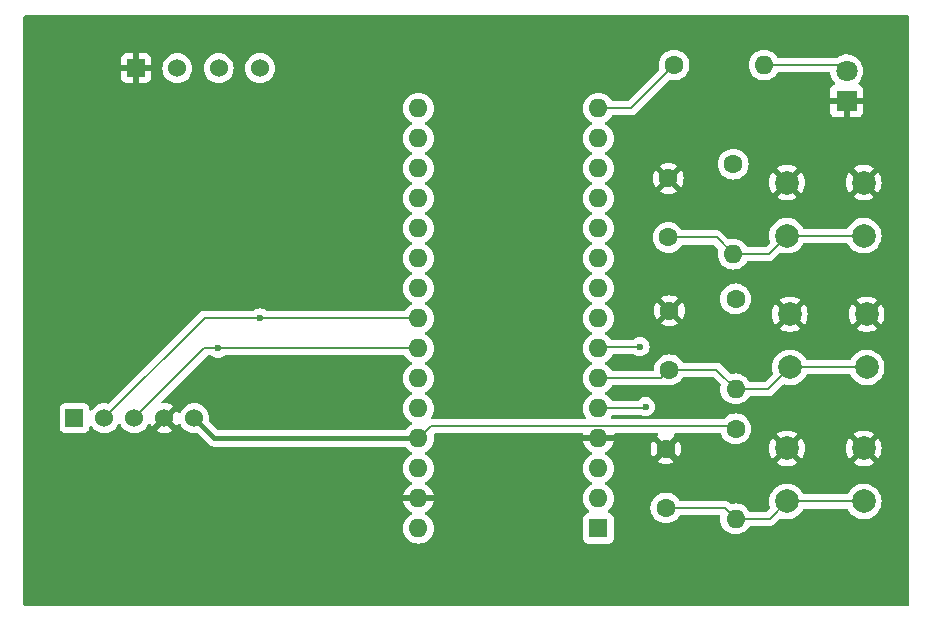
<source format=gtl>
G04 #@! TF.GenerationSoftware,KiCad,Pcbnew,8.0.5*
G04 #@! TF.CreationDate,2024-10-27T13:37:52-04:00*
G04 #@! TF.ProjectId,Project1,50726f6a-6563-4743-912e-6b696361645f,rev?*
G04 #@! TF.SameCoordinates,Original*
G04 #@! TF.FileFunction,Copper,L1,Top*
G04 #@! TF.FilePolarity,Positive*
%FSLAX46Y46*%
G04 Gerber Fmt 4.6, Leading zero omitted, Abs format (unit mm)*
G04 Created by KiCad (PCBNEW 8.0.5) date 2024-10-27 13:37:52*
%MOMM*%
%LPD*%
G01*
G04 APERTURE LIST*
G04 #@! TA.AperFunction,ComponentPad*
%ADD10C,2.000000*%
G04 #@! TD*
G04 #@! TA.AperFunction,ComponentPad*
%ADD11C,1.600000*%
G04 #@! TD*
G04 #@! TA.AperFunction,ComponentPad*
%ADD12O,1.600000X1.600000*%
G04 #@! TD*
G04 #@! TA.AperFunction,ComponentPad*
%ADD13R,1.800000X1.800000*%
G04 #@! TD*
G04 #@! TA.AperFunction,ComponentPad*
%ADD14C,1.800000*%
G04 #@! TD*
G04 #@! TA.AperFunction,ComponentPad*
%ADD15C,1.524000*%
G04 #@! TD*
G04 #@! TA.AperFunction,ComponentPad*
%ADD16R,1.524000X1.524000*%
G04 #@! TD*
G04 #@! TA.AperFunction,ComponentPad*
%ADD17R,1.600000X1.600000*%
G04 #@! TD*
G04 #@! TA.AperFunction,ViaPad*
%ADD18C,0.600000*%
G04 #@! TD*
G04 #@! TA.AperFunction,Conductor*
%ADD19C,0.200000*%
G04 #@! TD*
G04 #@! TA.AperFunction,Conductor*
%ADD20C,0.400000*%
G04 #@! TD*
G04 APERTURE END LIST*
D10*
X190900000Y-71300000D03*
X197400000Y-71300000D03*
X190900000Y-75800000D03*
X197400000Y-75800000D03*
D11*
X181090000Y-50200000D03*
D12*
X188710000Y-50200000D03*
D10*
X190650000Y-82650000D03*
X197150000Y-82650000D03*
X190650000Y-87150000D03*
X197150000Y-87150000D03*
D11*
X180700000Y-76000000D03*
X180700000Y-71000000D03*
D12*
X186100000Y-66210000D03*
D11*
X186100000Y-58590000D03*
D10*
X190650000Y-60150000D03*
X197150000Y-60150000D03*
X190650000Y-64650000D03*
X197150000Y-64650000D03*
D13*
X195700000Y-53240000D03*
D14*
X195700000Y-50700000D03*
D11*
X186300000Y-70000000D03*
D12*
X186300000Y-77620000D03*
D15*
X140480000Y-80100000D03*
X137940000Y-80100000D03*
X135400000Y-80100000D03*
X132860000Y-80100000D03*
D16*
X130320000Y-80100000D03*
D17*
X174690000Y-89420000D03*
D12*
X174690000Y-86880000D03*
X174690000Y-84340000D03*
X174690000Y-81800000D03*
X174690000Y-79260000D03*
X174690000Y-76720000D03*
X174690000Y-74180000D03*
X174690000Y-71640000D03*
X174690000Y-69100000D03*
X174690000Y-66560000D03*
X174690000Y-64020000D03*
X174690000Y-61480000D03*
X174690000Y-58940000D03*
X174690000Y-56400000D03*
X174690000Y-53860000D03*
X159450000Y-53860000D03*
X159450000Y-56400000D03*
X159450000Y-58940000D03*
X159450000Y-61480000D03*
X159450000Y-64020000D03*
X159450000Y-66560000D03*
X159450000Y-69100000D03*
X159450000Y-71640000D03*
X159450000Y-74180000D03*
X159450000Y-76720000D03*
X159450000Y-79260000D03*
X159450000Y-81800000D03*
X159450000Y-84340000D03*
X159450000Y-86880000D03*
X159450000Y-89420000D03*
D11*
X180600000Y-64800000D03*
X180600000Y-59800000D03*
X180400000Y-87700000D03*
X180400000Y-82700000D03*
X186300000Y-81000000D03*
D12*
X186300000Y-88620000D03*
D16*
X135530000Y-50470000D03*
D15*
X139030000Y-50470000D03*
X142530000Y-50470000D03*
X146030000Y-50470000D03*
D18*
X142500000Y-74180000D03*
X146050000Y-71600000D03*
X178223000Y-74050000D03*
X178675000Y-79125000D03*
D19*
X141360000Y-71600000D02*
X132860000Y-80100000D01*
X146050000Y-71600000D02*
X141360000Y-71600000D01*
X141320000Y-74180000D02*
X135400000Y-80100000D01*
X142500000Y-74180000D02*
X141320000Y-74180000D01*
X159460000Y-74180000D02*
X142500000Y-74180000D01*
X146090000Y-71640000D02*
X146050000Y-71600000D01*
X159460000Y-71640000D02*
X146090000Y-71640000D01*
D20*
X142180000Y-81800000D02*
X140480000Y-80100000D01*
X159460000Y-81800000D02*
X142180000Y-81800000D01*
D19*
X174830000Y-74050000D02*
X178223000Y-74050000D01*
X174700000Y-74180000D02*
X174830000Y-74050000D01*
X178540000Y-79260000D02*
X174700000Y-79260000D01*
X178675000Y-79125000D02*
X178540000Y-79260000D01*
X179980000Y-76720000D02*
X180700000Y-76000000D01*
X174700000Y-76720000D02*
X179980000Y-76720000D01*
X190650000Y-87150000D02*
X197150000Y-87150000D01*
X190900000Y-75800000D02*
X197400000Y-75800000D01*
X190650000Y-64650000D02*
X197150000Y-64650000D01*
X189080000Y-77620000D02*
X190900000Y-75800000D01*
X186300000Y-77620000D02*
X189080000Y-77620000D01*
X180700000Y-76000000D02*
X184680000Y-76000000D01*
X184680000Y-76000000D02*
X186300000Y-77620000D01*
X160487000Y-80773000D02*
X159460000Y-81800000D01*
X186073000Y-80773000D02*
X160487000Y-80773000D01*
X186300000Y-81000000D02*
X186073000Y-80773000D01*
X186100000Y-66210000D02*
X189090000Y-66210000D01*
X184690000Y-64800000D02*
X186100000Y-66210000D01*
X180600000Y-64800000D02*
X184690000Y-64800000D01*
X189090000Y-66210000D02*
X190650000Y-64650000D01*
X186300000Y-88620000D02*
X189180000Y-88620000D01*
X189180000Y-88620000D02*
X190650000Y-87150000D01*
X180400000Y-87700000D02*
X185380000Y-87700000D01*
X185380000Y-87700000D02*
X186300000Y-88620000D01*
X177430000Y-53860000D02*
X181090000Y-50200000D01*
X174700000Y-53860000D02*
X177430000Y-53860000D01*
X195200000Y-50200000D02*
X195700000Y-50700000D01*
X188710000Y-50200000D02*
X195200000Y-50200000D01*
G04 #@! TA.AperFunction,Conductor*
G36*
X141984627Y-74800185D02*
G01*
X141994903Y-74807555D01*
X141997736Y-74809814D01*
X141997738Y-74809816D01*
X142150478Y-74905789D01*
X142320745Y-74965368D01*
X142320750Y-74965369D01*
X142499996Y-74985565D01*
X142500000Y-74985565D01*
X142500004Y-74985565D01*
X142679249Y-74965369D01*
X142679252Y-74965368D01*
X142679255Y-74965368D01*
X142849522Y-74905789D01*
X143002262Y-74809816D01*
X143002267Y-74809810D01*
X143005097Y-74807555D01*
X143007275Y-74806665D01*
X143008158Y-74806111D01*
X143008255Y-74806265D01*
X143069783Y-74781145D01*
X143082412Y-74780500D01*
X158218308Y-74780500D01*
X158285347Y-74800185D01*
X158319880Y-74833374D01*
X158405480Y-74955624D01*
X158449954Y-75019141D01*
X158610858Y-75180045D01*
X158610861Y-75180047D01*
X158797266Y-75310568D01*
X158855275Y-75337618D01*
X158907714Y-75383791D01*
X158926866Y-75450984D01*
X158906650Y-75517865D01*
X158855275Y-75562382D01*
X158797267Y-75589431D01*
X158797265Y-75589432D01*
X158610858Y-75719954D01*
X158449954Y-75880858D01*
X158319432Y-76067265D01*
X158319431Y-76067267D01*
X158223261Y-76273502D01*
X158223258Y-76273511D01*
X158164366Y-76493302D01*
X158164364Y-76493313D01*
X158144532Y-76719998D01*
X158144532Y-76720001D01*
X158164364Y-76946686D01*
X158164366Y-76946697D01*
X158223258Y-77166488D01*
X158223261Y-77166497D01*
X158319431Y-77372732D01*
X158319432Y-77372734D01*
X158449954Y-77559141D01*
X158610858Y-77720045D01*
X158610861Y-77720047D01*
X158797266Y-77850568D01*
X158855275Y-77877618D01*
X158907714Y-77923791D01*
X158926866Y-77990984D01*
X158906650Y-78057865D01*
X158855275Y-78102382D01*
X158797267Y-78129431D01*
X158797265Y-78129432D01*
X158610858Y-78259954D01*
X158449954Y-78420858D01*
X158319432Y-78607265D01*
X158319431Y-78607267D01*
X158223261Y-78813502D01*
X158223258Y-78813511D01*
X158164366Y-79033302D01*
X158164364Y-79033313D01*
X158144532Y-79259998D01*
X158144532Y-79260001D01*
X158164364Y-79486686D01*
X158164366Y-79486697D01*
X158223258Y-79706488D01*
X158223261Y-79706497D01*
X158319431Y-79912732D01*
X158319432Y-79912734D01*
X158449954Y-80099141D01*
X158610858Y-80260045D01*
X158610861Y-80260047D01*
X158797266Y-80390568D01*
X158855275Y-80417618D01*
X158907714Y-80463791D01*
X158926866Y-80530984D01*
X158906650Y-80597865D01*
X158855275Y-80642382D01*
X158797267Y-80669431D01*
X158797265Y-80669432D01*
X158610858Y-80799954D01*
X158449954Y-80960858D01*
X158389902Y-81046623D01*
X158335325Y-81090248D01*
X158288327Y-81099500D01*
X142521519Y-81099500D01*
X142454480Y-81079815D01*
X142433838Y-81063181D01*
X141765951Y-80395294D01*
X141732466Y-80333971D01*
X141730104Y-80296812D01*
X141747323Y-80100000D01*
X141728070Y-79879932D01*
X141670894Y-79666550D01*
X141577534Y-79466339D01*
X141482125Y-79330080D01*
X141450827Y-79285381D01*
X141395962Y-79230516D01*
X141294620Y-79129174D01*
X141294616Y-79129171D01*
X141294615Y-79129170D01*
X141113666Y-79002468D01*
X141113662Y-79002466D01*
X141066457Y-78980454D01*
X140913450Y-78909106D01*
X140913447Y-78909105D01*
X140913445Y-78909104D01*
X140700070Y-78851930D01*
X140700062Y-78851929D01*
X140480002Y-78832677D01*
X140479998Y-78832677D01*
X140259937Y-78851929D01*
X140259929Y-78851930D01*
X140046554Y-78909104D01*
X140046548Y-78909107D01*
X139846340Y-79002465D01*
X139846338Y-79002466D01*
X139665377Y-79129175D01*
X139509175Y-79285377D01*
X139382467Y-79466337D01*
X139322105Y-79595782D01*
X139275932Y-79648221D01*
X139208738Y-79667372D01*
X139141857Y-79647156D01*
X139097341Y-79595780D01*
X139037098Y-79466589D01*
X139037097Y-79466587D01*
X138991741Y-79401811D01*
X138991740Y-79401810D01*
X138321000Y-80072551D01*
X138321000Y-80049840D01*
X138295036Y-79952939D01*
X138244876Y-79866060D01*
X138173940Y-79795124D01*
X138087061Y-79744964D01*
X137990160Y-79719000D01*
X137967446Y-79719000D01*
X138638188Y-79048258D01*
X138573411Y-79002901D01*
X138573405Y-79002898D01*
X138373284Y-78909580D01*
X138373270Y-78909575D01*
X138159986Y-78852426D01*
X138159976Y-78852424D01*
X137940001Y-78833179D01*
X137939998Y-78833179D01*
X137814797Y-78844132D01*
X137746297Y-78830365D01*
X137696114Y-78781750D01*
X137680181Y-78713721D01*
X137703557Y-78647877D01*
X137716296Y-78632938D01*
X141532416Y-74816819D01*
X141593739Y-74783334D01*
X141620097Y-74780500D01*
X141917588Y-74780500D01*
X141984627Y-74800185D01*
G37*
G04 #@! TD.AperFunction*
G04 #@! TA.AperFunction,Conductor*
G36*
X200943039Y-46019685D02*
G01*
X200988794Y-46072489D01*
X201000000Y-46124000D01*
X201000000Y-95876000D01*
X200980315Y-95943039D01*
X200927511Y-95988794D01*
X200876000Y-96000000D01*
X126124000Y-96000000D01*
X126056961Y-95980315D01*
X126011206Y-95927511D01*
X126000000Y-95876000D01*
X126000000Y-79290135D01*
X129057500Y-79290135D01*
X129057500Y-80909870D01*
X129057501Y-80909876D01*
X129063908Y-80969483D01*
X129114202Y-81104328D01*
X129114206Y-81104335D01*
X129200452Y-81219544D01*
X129200455Y-81219547D01*
X129315664Y-81305793D01*
X129315671Y-81305797D01*
X129450517Y-81356091D01*
X129450516Y-81356091D01*
X129457444Y-81356835D01*
X129510127Y-81362500D01*
X131129872Y-81362499D01*
X131189483Y-81356091D01*
X131324331Y-81305796D01*
X131439546Y-81219546D01*
X131525796Y-81104331D01*
X131576091Y-80969483D01*
X131582500Y-80909873D01*
X131582499Y-80869920D01*
X131602182Y-80802884D01*
X131654985Y-80757128D01*
X131724143Y-80747183D01*
X131787700Y-80776206D01*
X131808073Y-80798796D01*
X131889174Y-80914620D01*
X131889175Y-80914621D01*
X132045378Y-81070824D01*
X132045384Y-81070829D01*
X132226333Y-81197531D01*
X132226335Y-81197532D01*
X132226338Y-81197534D01*
X132426550Y-81290894D01*
X132639932Y-81348070D01*
X132797123Y-81361822D01*
X132859998Y-81367323D01*
X132860000Y-81367323D01*
X132860002Y-81367323D01*
X132915151Y-81362498D01*
X133080068Y-81348070D01*
X133293450Y-81290894D01*
X133493662Y-81197534D01*
X133674620Y-81070826D01*
X133830826Y-80914620D01*
X133957534Y-80733662D01*
X134017618Y-80604811D01*
X134063790Y-80552371D01*
X134130983Y-80533219D01*
X134197865Y-80553435D01*
X134242382Y-80604811D01*
X134302464Y-80733658D01*
X134302468Y-80733666D01*
X134429170Y-80914615D01*
X134429175Y-80914621D01*
X134585378Y-81070824D01*
X134585384Y-81070829D01*
X134766333Y-81197531D01*
X134766335Y-81197532D01*
X134766338Y-81197534D01*
X134966550Y-81290894D01*
X135179932Y-81348070D01*
X135337123Y-81361822D01*
X135399998Y-81367323D01*
X135400000Y-81367323D01*
X135400002Y-81367323D01*
X135455151Y-81362498D01*
X135620068Y-81348070D01*
X135833450Y-81290894D01*
X136033662Y-81197534D01*
X136214620Y-81070826D01*
X136370826Y-80914620D01*
X136497534Y-80733662D01*
X136557894Y-80604218D01*
X136604066Y-80551779D01*
X136671259Y-80532627D01*
X136738141Y-80552843D01*
X136782658Y-80604219D01*
X136842898Y-80733405D01*
X136842901Y-80733411D01*
X136888258Y-80798187D01*
X136888258Y-80798188D01*
X137559000Y-80127446D01*
X137559000Y-80150160D01*
X137584964Y-80247061D01*
X137635124Y-80333940D01*
X137706060Y-80404876D01*
X137792939Y-80455036D01*
X137889840Y-80481000D01*
X137912553Y-80481000D01*
X137241810Y-81151740D01*
X137306590Y-81197099D01*
X137306592Y-81197100D01*
X137506715Y-81290419D01*
X137506729Y-81290424D01*
X137720013Y-81347573D01*
X137720023Y-81347575D01*
X137939999Y-81366821D01*
X137940001Y-81366821D01*
X138159976Y-81347575D01*
X138159986Y-81347573D01*
X138373270Y-81290424D01*
X138373284Y-81290419D01*
X138573407Y-81197100D01*
X138573417Y-81197094D01*
X138638188Y-81151741D01*
X137967448Y-80481000D01*
X137990160Y-80481000D01*
X138087061Y-80455036D01*
X138173940Y-80404876D01*
X138244876Y-80333940D01*
X138295036Y-80247061D01*
X138321000Y-80150160D01*
X138321000Y-80127447D01*
X138991741Y-80798188D01*
X139037094Y-80733417D01*
X139037095Y-80733416D01*
X139097340Y-80604219D01*
X139143512Y-80551780D01*
X139210706Y-80532627D01*
X139277587Y-80552842D01*
X139322105Y-80604218D01*
X139382466Y-80733662D01*
X139382468Y-80733666D01*
X139509170Y-80914615D01*
X139509175Y-80914621D01*
X139665378Y-81070824D01*
X139665384Y-81070829D01*
X139846333Y-81197531D01*
X139846335Y-81197532D01*
X139846338Y-81197534D01*
X140046550Y-81290894D01*
X140259932Y-81348070D01*
X140417123Y-81361822D01*
X140479998Y-81367323D01*
X140480000Y-81367323D01*
X140480001Y-81367323D01*
X140493367Y-81366153D01*
X140676809Y-81350104D01*
X140745305Y-81363870D01*
X140775294Y-81385951D01*
X141733453Y-82344111D01*
X141733454Y-82344112D01*
X141848192Y-82420777D01*
X141975211Y-82473389D01*
X141975672Y-82473580D01*
X141975676Y-82473580D01*
X141975677Y-82473581D01*
X142111003Y-82500500D01*
X142111006Y-82500500D01*
X142111007Y-82500500D01*
X158288327Y-82500500D01*
X158355366Y-82520185D01*
X158389902Y-82553377D01*
X158449954Y-82639141D01*
X158610858Y-82800045D01*
X158610861Y-82800047D01*
X158797266Y-82930568D01*
X158854681Y-82957341D01*
X158855275Y-82957618D01*
X158907714Y-83003791D01*
X158926866Y-83070984D01*
X158906650Y-83137865D01*
X158855275Y-83182382D01*
X158797267Y-83209431D01*
X158797265Y-83209432D01*
X158610858Y-83339954D01*
X158449954Y-83500858D01*
X158319432Y-83687265D01*
X158319431Y-83687267D01*
X158223261Y-83893502D01*
X158223258Y-83893511D01*
X158164366Y-84113302D01*
X158164364Y-84113313D01*
X158144532Y-84339998D01*
X158144532Y-84340001D01*
X158164364Y-84566686D01*
X158164366Y-84566697D01*
X158223258Y-84786488D01*
X158223261Y-84786497D01*
X158319431Y-84992732D01*
X158319432Y-84992734D01*
X158449954Y-85179141D01*
X158610858Y-85340045D01*
X158610861Y-85340047D01*
X158797266Y-85470568D01*
X158855865Y-85497893D01*
X158908305Y-85544065D01*
X158927457Y-85611258D01*
X158907242Y-85678139D01*
X158855867Y-85722657D01*
X158797515Y-85749867D01*
X158611179Y-85880342D01*
X158450342Y-86041179D01*
X158319865Y-86227517D01*
X158223734Y-86433673D01*
X158223730Y-86433682D01*
X158171127Y-86629999D01*
X158171128Y-86630000D01*
X159016988Y-86630000D01*
X158984075Y-86687007D01*
X158950000Y-86814174D01*
X158950000Y-86945826D01*
X158984075Y-87072993D01*
X159016988Y-87130000D01*
X158171128Y-87130000D01*
X158223730Y-87326317D01*
X158223734Y-87326326D01*
X158319865Y-87532482D01*
X158450342Y-87718820D01*
X158611179Y-87879657D01*
X158797518Y-88010134D01*
X158797520Y-88010135D01*
X158855865Y-88037342D01*
X158908305Y-88083514D01*
X158927457Y-88150707D01*
X158907242Y-88217589D01*
X158855867Y-88262105D01*
X158797268Y-88289431D01*
X158797264Y-88289433D01*
X158610858Y-88419954D01*
X158449954Y-88580858D01*
X158319432Y-88767265D01*
X158319431Y-88767267D01*
X158223261Y-88973502D01*
X158223258Y-88973511D01*
X158164366Y-89193302D01*
X158164364Y-89193313D01*
X158144532Y-89419998D01*
X158144532Y-89420001D01*
X158164364Y-89646686D01*
X158164366Y-89646697D01*
X158223258Y-89866488D01*
X158223261Y-89866497D01*
X158319431Y-90072732D01*
X158319432Y-90072734D01*
X158449954Y-90259141D01*
X158610858Y-90420045D01*
X158610861Y-90420047D01*
X158797266Y-90550568D01*
X159003504Y-90646739D01*
X159223308Y-90705635D01*
X159385230Y-90719801D01*
X159449998Y-90725468D01*
X159450000Y-90725468D01*
X159450002Y-90725468D01*
X159506807Y-90720498D01*
X159676692Y-90705635D01*
X159896496Y-90646739D01*
X160102734Y-90550568D01*
X160289139Y-90420047D01*
X160450047Y-90259139D01*
X160580568Y-90072734D01*
X160676739Y-89866496D01*
X160735635Y-89646692D01*
X160755468Y-89420000D01*
X160735635Y-89193308D01*
X160680814Y-88988713D01*
X160676741Y-88973511D01*
X160676738Y-88973502D01*
X160654932Y-88926739D01*
X160580568Y-88767266D01*
X160450047Y-88580861D01*
X160450045Y-88580858D01*
X160289141Y-88419954D01*
X160102734Y-88289432D01*
X160102732Y-88289431D01*
X160091275Y-88284088D01*
X160044132Y-88262105D01*
X159991694Y-88215934D01*
X159972542Y-88148740D01*
X159992758Y-88081859D01*
X160044134Y-88037341D01*
X160102484Y-88010132D01*
X160288820Y-87879657D01*
X160449657Y-87718820D01*
X160580134Y-87532482D01*
X160676265Y-87326326D01*
X160676269Y-87326317D01*
X160728872Y-87130000D01*
X159883012Y-87130000D01*
X159915925Y-87072993D01*
X159950000Y-86945826D01*
X159950000Y-86814174D01*
X159915925Y-86687007D01*
X159883012Y-86630000D01*
X160728872Y-86630000D01*
X160728872Y-86629999D01*
X160676269Y-86433682D01*
X160676265Y-86433673D01*
X160580134Y-86227517D01*
X160449657Y-86041179D01*
X160288820Y-85880342D01*
X160102482Y-85749865D01*
X160044133Y-85722657D01*
X159991694Y-85676484D01*
X159972542Y-85609291D01*
X159992758Y-85542410D01*
X160044129Y-85497895D01*
X160102734Y-85470568D01*
X160289139Y-85340047D01*
X160450047Y-85179139D01*
X160580568Y-84992734D01*
X160676739Y-84786496D01*
X160735635Y-84566692D01*
X160755468Y-84340000D01*
X160735635Y-84113308D01*
X160676739Y-83893504D01*
X160580568Y-83687266D01*
X160450047Y-83500861D01*
X160450045Y-83500858D01*
X160289141Y-83339954D01*
X160102734Y-83209432D01*
X160102728Y-83209429D01*
X160044725Y-83182382D01*
X159992285Y-83136210D01*
X159973133Y-83069017D01*
X159993348Y-83002135D01*
X160044725Y-82957618D01*
X160045319Y-82957341D01*
X160102734Y-82930568D01*
X160289139Y-82800047D01*
X160450047Y-82639139D01*
X160580568Y-82452734D01*
X160676739Y-82246496D01*
X160735635Y-82026692D01*
X160755468Y-81800000D01*
X160735635Y-81573308D01*
X160723922Y-81529594D01*
X160725584Y-81459745D01*
X160764746Y-81401882D01*
X160828974Y-81374377D01*
X160843696Y-81373500D01*
X173296821Y-81373500D01*
X173363860Y-81393185D01*
X173409615Y-81445989D01*
X173419559Y-81515147D01*
X173416596Y-81529594D01*
X173411128Y-81549999D01*
X173411128Y-81550000D01*
X174256988Y-81550000D01*
X174224075Y-81607007D01*
X174190000Y-81734174D01*
X174190000Y-81865826D01*
X174224075Y-81992993D01*
X174256988Y-82050000D01*
X173411128Y-82050000D01*
X173463730Y-82246317D01*
X173463734Y-82246326D01*
X173559865Y-82452482D01*
X173690342Y-82638820D01*
X173851179Y-82799657D01*
X174037518Y-82930134D01*
X174037520Y-82930135D01*
X174095865Y-82957342D01*
X174148305Y-83003514D01*
X174167457Y-83070707D01*
X174147242Y-83137589D01*
X174095867Y-83182105D01*
X174037268Y-83209431D01*
X174037264Y-83209433D01*
X173850858Y-83339954D01*
X173689954Y-83500858D01*
X173559432Y-83687265D01*
X173559431Y-83687267D01*
X173463261Y-83893502D01*
X173463258Y-83893511D01*
X173404366Y-84113302D01*
X173404364Y-84113313D01*
X173384532Y-84339998D01*
X173384532Y-84340001D01*
X173404364Y-84566686D01*
X173404366Y-84566697D01*
X173463258Y-84786488D01*
X173463261Y-84786497D01*
X173559431Y-84992732D01*
X173559432Y-84992734D01*
X173689954Y-85179141D01*
X173850858Y-85340045D01*
X173850861Y-85340047D01*
X174037266Y-85470568D01*
X174095275Y-85497618D01*
X174147714Y-85543791D01*
X174166866Y-85610984D01*
X174146650Y-85677865D01*
X174095275Y-85722382D01*
X174037267Y-85749431D01*
X174037265Y-85749432D01*
X173850858Y-85879954D01*
X173689954Y-86040858D01*
X173559432Y-86227265D01*
X173559431Y-86227267D01*
X173463261Y-86433502D01*
X173463258Y-86433511D01*
X173404366Y-86653302D01*
X173404364Y-86653313D01*
X173384532Y-86879998D01*
X173384532Y-86880001D01*
X173404364Y-87106686D01*
X173404366Y-87106697D01*
X173463258Y-87326488D01*
X173463261Y-87326497D01*
X173559431Y-87532732D01*
X173559432Y-87532734D01*
X173689954Y-87719141D01*
X173850858Y-87880045D01*
X173875462Y-87897273D01*
X173919087Y-87951849D01*
X173926281Y-88021348D01*
X173894758Y-88083703D01*
X173834529Y-88119117D01*
X173817593Y-88122138D01*
X173782516Y-88125908D01*
X173647671Y-88176202D01*
X173647664Y-88176206D01*
X173532455Y-88262452D01*
X173532452Y-88262455D01*
X173446206Y-88377664D01*
X173446202Y-88377671D01*
X173395908Y-88512517D01*
X173389804Y-88569298D01*
X173389501Y-88572123D01*
X173389500Y-88572135D01*
X173389500Y-90267870D01*
X173389501Y-90267876D01*
X173395908Y-90327483D01*
X173446202Y-90462328D01*
X173446206Y-90462335D01*
X173532452Y-90577544D01*
X173532455Y-90577547D01*
X173647664Y-90663793D01*
X173647671Y-90663797D01*
X173782517Y-90714091D01*
X173782516Y-90714091D01*
X173789444Y-90714835D01*
X173842127Y-90720500D01*
X175537872Y-90720499D01*
X175597483Y-90714091D01*
X175732331Y-90663796D01*
X175847546Y-90577546D01*
X175933796Y-90462331D01*
X175984091Y-90327483D01*
X175990500Y-90267873D01*
X175990499Y-88572128D01*
X175984091Y-88512517D01*
X175949567Y-88419954D01*
X175933797Y-88377671D01*
X175933793Y-88377664D01*
X175847547Y-88262455D01*
X175847544Y-88262452D01*
X175732335Y-88176206D01*
X175732328Y-88176202D01*
X175597482Y-88125908D01*
X175597483Y-88125908D01*
X175562404Y-88122137D01*
X175497853Y-88095399D01*
X175458005Y-88038006D01*
X175455512Y-87968181D01*
X175491165Y-87908092D01*
X175504539Y-87897272D01*
X175529140Y-87880046D01*
X175690045Y-87719141D01*
X175690047Y-87719139D01*
X175703450Y-87699998D01*
X179094532Y-87699998D01*
X179094532Y-87700001D01*
X179114364Y-87926686D01*
X179114366Y-87926697D01*
X179173258Y-88146488D01*
X179173261Y-88146497D01*
X179269431Y-88352732D01*
X179269432Y-88352734D01*
X179399954Y-88539141D01*
X179560858Y-88700045D01*
X179560861Y-88700047D01*
X179747266Y-88830568D01*
X179953504Y-88926739D01*
X180173308Y-88985635D01*
X180335230Y-88999801D01*
X180399998Y-89005468D01*
X180400000Y-89005468D01*
X180400002Y-89005468D01*
X180456673Y-89000509D01*
X180626692Y-88985635D01*
X180846496Y-88926739D01*
X181052734Y-88830568D01*
X181239139Y-88700047D01*
X181400047Y-88539139D01*
X181530118Y-88353375D01*
X181584693Y-88309752D01*
X181631692Y-88300500D01*
X184887163Y-88300500D01*
X184954202Y-88320185D01*
X184999957Y-88372989D01*
X185010690Y-88435305D01*
X184997956Y-88580861D01*
X184994532Y-88619999D01*
X184994532Y-88620001D01*
X185014364Y-88846686D01*
X185014366Y-88846697D01*
X185073258Y-89066488D01*
X185073261Y-89066497D01*
X185169431Y-89272732D01*
X185169432Y-89272734D01*
X185299954Y-89459141D01*
X185460858Y-89620045D01*
X185460861Y-89620047D01*
X185647266Y-89750568D01*
X185853504Y-89846739D01*
X186073308Y-89905635D01*
X186235230Y-89919801D01*
X186299998Y-89925468D01*
X186300000Y-89925468D01*
X186300002Y-89925468D01*
X186356673Y-89920509D01*
X186526692Y-89905635D01*
X186746496Y-89846739D01*
X186952734Y-89750568D01*
X187139139Y-89620047D01*
X187300047Y-89459139D01*
X187430118Y-89273375D01*
X187484693Y-89229752D01*
X187531692Y-89220500D01*
X189093331Y-89220500D01*
X189093347Y-89220501D01*
X189100943Y-89220501D01*
X189259054Y-89220501D01*
X189259057Y-89220501D01*
X189411785Y-89179577D01*
X189461904Y-89150639D01*
X189548716Y-89100520D01*
X189660520Y-88988716D01*
X189660520Y-88988714D01*
X189670728Y-88978507D01*
X189670730Y-88978504D01*
X190046452Y-88602781D01*
X190107773Y-88569298D01*
X190174392Y-88573182D01*
X190246350Y-88597886D01*
X190280385Y-88609571D01*
X190525665Y-88650500D01*
X190774335Y-88650500D01*
X191019614Y-88609571D01*
X191254810Y-88528828D01*
X191473509Y-88410474D01*
X191669744Y-88257738D01*
X191838164Y-88074785D01*
X191974173Y-87866607D01*
X191992560Y-87824689D01*
X192037517Y-87771204D01*
X192104253Y-87750514D01*
X192106116Y-87750500D01*
X195693884Y-87750500D01*
X195760923Y-87770185D01*
X195806678Y-87822989D01*
X195807440Y-87824689D01*
X195825827Y-87866608D01*
X195961833Y-88074782D01*
X195991252Y-88106739D01*
X196130256Y-88257738D01*
X196326491Y-88410474D01*
X196545190Y-88528828D01*
X196780386Y-88609571D01*
X197025665Y-88650500D01*
X197274335Y-88650500D01*
X197519614Y-88609571D01*
X197754810Y-88528828D01*
X197973509Y-88410474D01*
X198169744Y-88257738D01*
X198338164Y-88074785D01*
X198474173Y-87866607D01*
X198574063Y-87638881D01*
X198635108Y-87397821D01*
X198636694Y-87378681D01*
X198655643Y-87150005D01*
X198655643Y-87149994D01*
X198635109Y-86902187D01*
X198635107Y-86902175D01*
X198574063Y-86661118D01*
X198474173Y-86433393D01*
X198338166Y-86225217D01*
X198316557Y-86201744D01*
X198169744Y-86042262D01*
X197973509Y-85889526D01*
X197973507Y-85889525D01*
X197973506Y-85889524D01*
X197754811Y-85771172D01*
X197754802Y-85771169D01*
X197519616Y-85690429D01*
X197274335Y-85649500D01*
X197025665Y-85649500D01*
X196780383Y-85690429D01*
X196545197Y-85771169D01*
X196545188Y-85771172D01*
X196326493Y-85889524D01*
X196130257Y-86042261D01*
X195961833Y-86225217D01*
X195825827Y-86433391D01*
X195807440Y-86475311D01*
X195762483Y-86528796D01*
X195695747Y-86549486D01*
X195693884Y-86549500D01*
X192106116Y-86549500D01*
X192039077Y-86529815D01*
X191993322Y-86477011D01*
X191992560Y-86475311D01*
X191974172Y-86433391D01*
X191838166Y-86225217D01*
X191816557Y-86201744D01*
X191669744Y-86042262D01*
X191473509Y-85889526D01*
X191473507Y-85889525D01*
X191473506Y-85889524D01*
X191254811Y-85771172D01*
X191254802Y-85771169D01*
X191019616Y-85690429D01*
X190774335Y-85649500D01*
X190525665Y-85649500D01*
X190280383Y-85690429D01*
X190045197Y-85771169D01*
X190045188Y-85771172D01*
X189826493Y-85889524D01*
X189630257Y-86042261D01*
X189461833Y-86225217D01*
X189325826Y-86433393D01*
X189225936Y-86661118D01*
X189164892Y-86902175D01*
X189164890Y-86902187D01*
X189144357Y-87149994D01*
X189144357Y-87150005D01*
X189164890Y-87397812D01*
X189164892Y-87397824D01*
X189226007Y-87639160D01*
X189223382Y-87708980D01*
X189193482Y-87757281D01*
X188967582Y-87983182D01*
X188906262Y-88016666D01*
X188879903Y-88019500D01*
X187531692Y-88019500D01*
X187464653Y-87999815D01*
X187430119Y-87966625D01*
X187300047Y-87780861D01*
X187300045Y-87780858D01*
X187139141Y-87619954D01*
X186952734Y-87489432D01*
X186952732Y-87489431D01*
X186746497Y-87393261D01*
X186746488Y-87393258D01*
X186526697Y-87334366D01*
X186526693Y-87334365D01*
X186526692Y-87334365D01*
X186526691Y-87334364D01*
X186526686Y-87334364D01*
X186300002Y-87314532D01*
X186299998Y-87314532D01*
X186073313Y-87334364D01*
X186073302Y-87334366D01*
X185977068Y-87360152D01*
X185907218Y-87358489D01*
X185857294Y-87328058D01*
X185748717Y-87219481D01*
X185748716Y-87219480D01*
X185661904Y-87169360D01*
X185661904Y-87169359D01*
X185661900Y-87169358D01*
X185611785Y-87140423D01*
X185459057Y-87099499D01*
X185300943Y-87099499D01*
X185293347Y-87099499D01*
X185293331Y-87099500D01*
X181631692Y-87099500D01*
X181564653Y-87079815D01*
X181530119Y-87046625D01*
X181400047Y-86860861D01*
X181400045Y-86860858D01*
X181239141Y-86699954D01*
X181052734Y-86569432D01*
X181052732Y-86569431D01*
X180846497Y-86473261D01*
X180846488Y-86473258D01*
X180626697Y-86414366D01*
X180626693Y-86414365D01*
X180626692Y-86414365D01*
X180626691Y-86414364D01*
X180626686Y-86414364D01*
X180400002Y-86394532D01*
X180399998Y-86394532D01*
X180173313Y-86414364D01*
X180173302Y-86414366D01*
X179953511Y-86473258D01*
X179953502Y-86473261D01*
X179747267Y-86569431D01*
X179747265Y-86569432D01*
X179560858Y-86699954D01*
X179399954Y-86860858D01*
X179269432Y-87047265D01*
X179269431Y-87047267D01*
X179173261Y-87253502D01*
X179173258Y-87253511D01*
X179114366Y-87473302D01*
X179114364Y-87473313D01*
X179094532Y-87699998D01*
X175703450Y-87699998D01*
X175820568Y-87532734D01*
X175916739Y-87326496D01*
X175975635Y-87106692D01*
X175995468Y-86880000D01*
X175975635Y-86653308D01*
X175916739Y-86433504D01*
X175820568Y-86227266D01*
X175690047Y-86040861D01*
X175690045Y-86040858D01*
X175529141Y-85879954D01*
X175342734Y-85749432D01*
X175342728Y-85749429D01*
X175284725Y-85722382D01*
X175232285Y-85676210D01*
X175213133Y-85609017D01*
X175233348Y-85542135D01*
X175284725Y-85497618D01*
X175342734Y-85470568D01*
X175529139Y-85340047D01*
X175690047Y-85179139D01*
X175820568Y-84992734D01*
X175916739Y-84786496D01*
X175975635Y-84566692D01*
X175995468Y-84340000D01*
X175975635Y-84113308D01*
X175916739Y-83893504D01*
X175820568Y-83687266D01*
X175690047Y-83500861D01*
X175690045Y-83500858D01*
X175529141Y-83339954D01*
X175342734Y-83209432D01*
X175342732Y-83209431D01*
X175284725Y-83182382D01*
X175284132Y-83182105D01*
X175231694Y-83135934D01*
X175212542Y-83068740D01*
X175232758Y-83001859D01*
X175284134Y-82957341D01*
X175342484Y-82930132D01*
X175528820Y-82799657D01*
X175689657Y-82638820D01*
X175820134Y-82452482D01*
X175916265Y-82246326D01*
X175916269Y-82246317D01*
X175968872Y-82050000D01*
X175123012Y-82050000D01*
X175155925Y-81992993D01*
X175190000Y-81865826D01*
X175190000Y-81734174D01*
X175155925Y-81607007D01*
X175123012Y-81550000D01*
X175968872Y-81550000D01*
X175968871Y-81549999D01*
X175963404Y-81529594D01*
X175965067Y-81459744D01*
X176004229Y-81401881D01*
X176068457Y-81374377D01*
X176083179Y-81373500D01*
X179634678Y-81373500D01*
X179701717Y-81393185D01*
X179747472Y-81445989D01*
X179757416Y-81515147D01*
X179728391Y-81578703D01*
X179705801Y-81599075D01*
X179674526Y-81620973D01*
X179674526Y-81620974D01*
X180353553Y-82300000D01*
X180347339Y-82300000D01*
X180245606Y-82327259D01*
X180154394Y-82379920D01*
X180079920Y-82454394D01*
X180027259Y-82545606D01*
X180000000Y-82647339D01*
X180000000Y-82653552D01*
X179320974Y-81974526D01*
X179320973Y-81974526D01*
X179269868Y-82047512D01*
X179269866Y-82047516D01*
X179173734Y-82253673D01*
X179173730Y-82253682D01*
X179114860Y-82473389D01*
X179114858Y-82473400D01*
X179095034Y-82699997D01*
X179095034Y-82700002D01*
X179114858Y-82926599D01*
X179114860Y-82926610D01*
X179173730Y-83146317D01*
X179173735Y-83146331D01*
X179269863Y-83352478D01*
X179320974Y-83425472D01*
X180000000Y-82746446D01*
X180000000Y-82752661D01*
X180027259Y-82854394D01*
X180079920Y-82945606D01*
X180154394Y-83020080D01*
X180245606Y-83072741D01*
X180347339Y-83100000D01*
X180353553Y-83100000D01*
X179674526Y-83779025D01*
X179747513Y-83830132D01*
X179747521Y-83830136D01*
X179953668Y-83926264D01*
X179953682Y-83926269D01*
X180173389Y-83985139D01*
X180173400Y-83985141D01*
X180399998Y-84004966D01*
X180400002Y-84004966D01*
X180626599Y-83985141D01*
X180626610Y-83985139D01*
X180846317Y-83926269D01*
X180846331Y-83926264D01*
X181052478Y-83830136D01*
X181125471Y-83779024D01*
X180446447Y-83100000D01*
X180452661Y-83100000D01*
X180554394Y-83072741D01*
X180645606Y-83020080D01*
X180720080Y-82945606D01*
X180772741Y-82854394D01*
X180800000Y-82752661D01*
X180800000Y-82746447D01*
X181479024Y-83425471D01*
X181530136Y-83352478D01*
X181626264Y-83146331D01*
X181626269Y-83146317D01*
X181685139Y-82926610D01*
X181685141Y-82926599D01*
X181704966Y-82700002D01*
X181704966Y-82699997D01*
X181700591Y-82649994D01*
X189144859Y-82649994D01*
X189144859Y-82650005D01*
X189165385Y-82897729D01*
X189165387Y-82897738D01*
X189226412Y-83138717D01*
X189326266Y-83366364D01*
X189426564Y-83519882D01*
X190126212Y-82820234D01*
X190137482Y-82862292D01*
X190209890Y-82987708D01*
X190312292Y-83090110D01*
X190437708Y-83162518D01*
X190479765Y-83173787D01*
X189779942Y-83873609D01*
X189826768Y-83910055D01*
X189826770Y-83910056D01*
X190045385Y-84028364D01*
X190045396Y-84028369D01*
X190280506Y-84109083D01*
X190525707Y-84150000D01*
X190774293Y-84150000D01*
X191019493Y-84109083D01*
X191254603Y-84028369D01*
X191254614Y-84028364D01*
X191473228Y-83910057D01*
X191473231Y-83910055D01*
X191520056Y-83873609D01*
X190820234Y-83173787D01*
X190862292Y-83162518D01*
X190987708Y-83090110D01*
X191090110Y-82987708D01*
X191162518Y-82862292D01*
X191173787Y-82820234D01*
X191873434Y-83519882D01*
X191973731Y-83366369D01*
X192073587Y-83138717D01*
X192134612Y-82897738D01*
X192134614Y-82897729D01*
X192155141Y-82650005D01*
X192155141Y-82649994D01*
X195644859Y-82649994D01*
X195644859Y-82650005D01*
X195665385Y-82897729D01*
X195665387Y-82897738D01*
X195726412Y-83138717D01*
X195826266Y-83366364D01*
X195926564Y-83519882D01*
X196626212Y-82820234D01*
X196637482Y-82862292D01*
X196709890Y-82987708D01*
X196812292Y-83090110D01*
X196937708Y-83162518D01*
X196979765Y-83173787D01*
X196279942Y-83873609D01*
X196326768Y-83910055D01*
X196326770Y-83910056D01*
X196545385Y-84028364D01*
X196545396Y-84028369D01*
X196780506Y-84109083D01*
X197025707Y-84150000D01*
X197274293Y-84150000D01*
X197519493Y-84109083D01*
X197754603Y-84028369D01*
X197754614Y-84028364D01*
X197973228Y-83910057D01*
X197973231Y-83910055D01*
X198020056Y-83873609D01*
X197320234Y-83173787D01*
X197362292Y-83162518D01*
X197487708Y-83090110D01*
X197590110Y-82987708D01*
X197662518Y-82862292D01*
X197673787Y-82820234D01*
X198373434Y-83519882D01*
X198473731Y-83366369D01*
X198573587Y-83138717D01*
X198634612Y-82897738D01*
X198634614Y-82897729D01*
X198655141Y-82650005D01*
X198655141Y-82649994D01*
X198634614Y-82402270D01*
X198634612Y-82402261D01*
X198573587Y-82161282D01*
X198473731Y-81933630D01*
X198373434Y-81780116D01*
X197673787Y-82479764D01*
X197662518Y-82437708D01*
X197590110Y-82312292D01*
X197487708Y-82209890D01*
X197362292Y-82137482D01*
X197320235Y-82126212D01*
X198020057Y-81426390D01*
X198020056Y-81426389D01*
X197973229Y-81389943D01*
X197754614Y-81271635D01*
X197754603Y-81271630D01*
X197519493Y-81190916D01*
X197274293Y-81150000D01*
X197025707Y-81150000D01*
X196780506Y-81190916D01*
X196545396Y-81271630D01*
X196545390Y-81271632D01*
X196326761Y-81389949D01*
X196279942Y-81426388D01*
X196279942Y-81426390D01*
X196979765Y-82126212D01*
X196937708Y-82137482D01*
X196812292Y-82209890D01*
X196709890Y-82312292D01*
X196637482Y-82437708D01*
X196626212Y-82479764D01*
X195926564Y-81780116D01*
X195826267Y-81933632D01*
X195726412Y-82161282D01*
X195665387Y-82402261D01*
X195665385Y-82402270D01*
X195644859Y-82649994D01*
X192155141Y-82649994D01*
X192134614Y-82402270D01*
X192134612Y-82402261D01*
X192073587Y-82161282D01*
X191973731Y-81933630D01*
X191873434Y-81780116D01*
X191173787Y-82479764D01*
X191162518Y-82437708D01*
X191090110Y-82312292D01*
X190987708Y-82209890D01*
X190862292Y-82137482D01*
X190820235Y-82126212D01*
X191520057Y-81426390D01*
X191520056Y-81426389D01*
X191473229Y-81389943D01*
X191254614Y-81271635D01*
X191254603Y-81271630D01*
X191019493Y-81190916D01*
X190774293Y-81150000D01*
X190525707Y-81150000D01*
X190280506Y-81190916D01*
X190045396Y-81271630D01*
X190045390Y-81271632D01*
X189826761Y-81389949D01*
X189779942Y-81426388D01*
X189779942Y-81426390D01*
X190479765Y-82126212D01*
X190437708Y-82137482D01*
X190312292Y-82209890D01*
X190209890Y-82312292D01*
X190137482Y-82437708D01*
X190126212Y-82479764D01*
X189426564Y-81780116D01*
X189326267Y-81933632D01*
X189226412Y-82161282D01*
X189165387Y-82402261D01*
X189165385Y-82402270D01*
X189144859Y-82649994D01*
X181700591Y-82649994D01*
X181685141Y-82473400D01*
X181685139Y-82473389D01*
X181626269Y-82253682D01*
X181626264Y-82253668D01*
X181530136Y-82047521D01*
X181530132Y-82047513D01*
X181479025Y-81974526D01*
X180800000Y-82653551D01*
X180800000Y-82647339D01*
X180772741Y-82545606D01*
X180720080Y-82454394D01*
X180645606Y-82379920D01*
X180554394Y-82327259D01*
X180452661Y-82300000D01*
X180446448Y-82300000D01*
X181125472Y-81620974D01*
X181125472Y-81620973D01*
X181094197Y-81599074D01*
X181050572Y-81544497D01*
X181043380Y-81474999D01*
X181074902Y-81412644D01*
X181135133Y-81377231D01*
X181165321Y-81373500D01*
X184960226Y-81373500D01*
X185027265Y-81393185D01*
X185072608Y-81445095D01*
X185073260Y-81446494D01*
X185073261Y-81446496D01*
X185112011Y-81529595D01*
X185169431Y-81652732D01*
X185169432Y-81652734D01*
X185299954Y-81839141D01*
X185460858Y-82000045D01*
X185460861Y-82000047D01*
X185647266Y-82130568D01*
X185853504Y-82226739D01*
X186073308Y-82285635D01*
X186235230Y-82299801D01*
X186299998Y-82305468D01*
X186300000Y-82305468D01*
X186300002Y-82305468D01*
X186362499Y-82300000D01*
X186526692Y-82285635D01*
X186746496Y-82226739D01*
X186952734Y-82130568D01*
X187139139Y-82000047D01*
X187300047Y-81839139D01*
X187430568Y-81652734D01*
X187526739Y-81446496D01*
X187585635Y-81226692D01*
X187605468Y-81000000D01*
X187585635Y-80773308D01*
X187526739Y-80553504D01*
X187430568Y-80347266D01*
X187300047Y-80160861D01*
X187300045Y-80160858D01*
X187139141Y-79999954D01*
X186952734Y-79869432D01*
X186952732Y-79869431D01*
X186746497Y-79773261D01*
X186746488Y-79773258D01*
X186526697Y-79714366D01*
X186526693Y-79714365D01*
X186526692Y-79714365D01*
X186526691Y-79714364D01*
X186526686Y-79714364D01*
X186300002Y-79694532D01*
X186299998Y-79694532D01*
X186073313Y-79714364D01*
X186073302Y-79714366D01*
X185853511Y-79773258D01*
X185853502Y-79773261D01*
X185647267Y-79869431D01*
X185647265Y-79869432D01*
X185460862Y-79999951D01*
X185417230Y-80043584D01*
X185324631Y-80136182D01*
X185263311Y-80169666D01*
X185236952Y-80172500D01*
X178735794Y-80172500D01*
X178670582Y-80153351D01*
X178635600Y-80170640D01*
X178614206Y-80172500D01*
X175876880Y-80172500D01*
X175809841Y-80152815D01*
X175764086Y-80100011D01*
X175754142Y-80030853D01*
X175775304Y-79977378D01*
X175792416Y-79952939D01*
X175820118Y-79913376D01*
X175874693Y-79869752D01*
X175921692Y-79860500D01*
X178332161Y-79860500D01*
X178373116Y-79867459D01*
X178495737Y-79910366D01*
X178495743Y-79910367D01*
X178495745Y-79910368D01*
X178495746Y-79910368D01*
X178495750Y-79910369D01*
X178628089Y-79925280D01*
X178676081Y-79945446D01*
X178700859Y-79929523D01*
X178721911Y-79925280D01*
X178854249Y-79910369D01*
X178854252Y-79910368D01*
X178854255Y-79910368D01*
X179024522Y-79850789D01*
X179177262Y-79754816D01*
X179304816Y-79627262D01*
X179400789Y-79474522D01*
X179460368Y-79304255D01*
X179461960Y-79290127D01*
X179480565Y-79125003D01*
X179480565Y-79124996D01*
X179460369Y-78945750D01*
X179460368Y-78945745D01*
X179440760Y-78889708D01*
X179400789Y-78775478D01*
X179385136Y-78750567D01*
X179315546Y-78639815D01*
X179304816Y-78622738D01*
X179177262Y-78495184D01*
X179119897Y-78459139D01*
X179024523Y-78399211D01*
X178854254Y-78339631D01*
X178854249Y-78339630D01*
X178675004Y-78319435D01*
X178674996Y-78319435D01*
X178495750Y-78339630D01*
X178495745Y-78339631D01*
X178325476Y-78399211D01*
X178172737Y-78495184D01*
X178044741Y-78623181D01*
X177983418Y-78656666D01*
X177957060Y-78659500D01*
X175921692Y-78659500D01*
X175854653Y-78639815D01*
X175820119Y-78606625D01*
X175690047Y-78420861D01*
X175690045Y-78420858D01*
X175529141Y-78259954D01*
X175342734Y-78129432D01*
X175342728Y-78129429D01*
X175284725Y-78102382D01*
X175232285Y-78056210D01*
X175213133Y-77989017D01*
X175233348Y-77922135D01*
X175284725Y-77877618D01*
X175342734Y-77850568D01*
X175529139Y-77720047D01*
X175690047Y-77559139D01*
X175820118Y-77373375D01*
X175874693Y-77329752D01*
X175921692Y-77320500D01*
X179893331Y-77320500D01*
X179893347Y-77320501D01*
X179900943Y-77320501D01*
X180059054Y-77320501D01*
X180059057Y-77320501D01*
X180211785Y-77279577D01*
X180243031Y-77261535D01*
X180310929Y-77245060D01*
X180337123Y-77249144D01*
X180473308Y-77285635D01*
X180635230Y-77299801D01*
X180699998Y-77305468D01*
X180700000Y-77305468D01*
X180700002Y-77305468D01*
X180756784Y-77300500D01*
X180926692Y-77285635D01*
X181146496Y-77226739D01*
X181352734Y-77130568D01*
X181539139Y-77000047D01*
X181700047Y-76839139D01*
X181830118Y-76653375D01*
X181884693Y-76609752D01*
X181931692Y-76600500D01*
X184379903Y-76600500D01*
X184446942Y-76620185D01*
X184467584Y-76636819D01*
X185008058Y-77177293D01*
X185041543Y-77238616D01*
X185040152Y-77297067D01*
X185014366Y-77393302D01*
X185014364Y-77393313D01*
X184994532Y-77619998D01*
X184994532Y-77620001D01*
X185014364Y-77846686D01*
X185014366Y-77846697D01*
X185073258Y-78066488D01*
X185073261Y-78066497D01*
X185169431Y-78272732D01*
X185169432Y-78272734D01*
X185299954Y-78459141D01*
X185460858Y-78620045D01*
X185479250Y-78632923D01*
X185647266Y-78750568D01*
X185853504Y-78846739D01*
X185853509Y-78846740D01*
X185853511Y-78846741D01*
X185874721Y-78852424D01*
X186073308Y-78905635D01*
X186235230Y-78919801D01*
X186299998Y-78925468D01*
X186300000Y-78925468D01*
X186300002Y-78925468D01*
X186356673Y-78920509D01*
X186526692Y-78905635D01*
X186746496Y-78846739D01*
X186952734Y-78750568D01*
X187139139Y-78620047D01*
X187300047Y-78459139D01*
X187430118Y-78273375D01*
X187484693Y-78229752D01*
X187531692Y-78220500D01*
X188993331Y-78220500D01*
X188993347Y-78220501D01*
X189000943Y-78220501D01*
X189159054Y-78220501D01*
X189159057Y-78220501D01*
X189311785Y-78179577D01*
X189398638Y-78129432D01*
X189448716Y-78100520D01*
X189560520Y-77988716D01*
X189560520Y-77988714D01*
X189570724Y-77978511D01*
X189570728Y-77978506D01*
X190296452Y-77252781D01*
X190357773Y-77219298D01*
X190424392Y-77223182D01*
X190488118Y-77245060D01*
X190530385Y-77259571D01*
X190775665Y-77300500D01*
X191024335Y-77300500D01*
X191269614Y-77259571D01*
X191504810Y-77178828D01*
X191723509Y-77060474D01*
X191919744Y-76907738D01*
X192088164Y-76724785D01*
X192091292Y-76719998D01*
X192156654Y-76619953D01*
X192224173Y-76516607D01*
X192242560Y-76474689D01*
X192287517Y-76421204D01*
X192354253Y-76400514D01*
X192356116Y-76400500D01*
X195943884Y-76400500D01*
X196010923Y-76420185D01*
X196056678Y-76472989D01*
X196057440Y-76474689D01*
X196075827Y-76516608D01*
X196211833Y-76724782D01*
X196211836Y-76724785D01*
X196380256Y-76907738D01*
X196576491Y-77060474D01*
X196576493Y-77060475D01*
X196792353Y-77177293D01*
X196795190Y-77178828D01*
X197030386Y-77259571D01*
X197275665Y-77300500D01*
X197524335Y-77300500D01*
X197769614Y-77259571D01*
X198004810Y-77178828D01*
X198223509Y-77060474D01*
X198419744Y-76907738D01*
X198588164Y-76724785D01*
X198591292Y-76719998D01*
X198656654Y-76619953D01*
X198724173Y-76516607D01*
X198824063Y-76288881D01*
X198885108Y-76047821D01*
X198905643Y-75800000D01*
X198903431Y-75773308D01*
X198885109Y-75552187D01*
X198885107Y-75552175D01*
X198824063Y-75311118D01*
X198724173Y-75083393D01*
X198588166Y-74875217D01*
X198549649Y-74833377D01*
X198419744Y-74692262D01*
X198223509Y-74539526D01*
X198223507Y-74539525D01*
X198223506Y-74539524D01*
X198004811Y-74421172D01*
X198004802Y-74421169D01*
X197769616Y-74340429D01*
X197524335Y-74299500D01*
X197275665Y-74299500D01*
X197030383Y-74340429D01*
X196795197Y-74421169D01*
X196795188Y-74421172D01*
X196576493Y-74539524D01*
X196380257Y-74692261D01*
X196211833Y-74875217D01*
X196075827Y-75083391D01*
X196057440Y-75125311D01*
X196012483Y-75178796D01*
X195945747Y-75199486D01*
X195943884Y-75199500D01*
X192356116Y-75199500D01*
X192289077Y-75179815D01*
X192243322Y-75127011D01*
X192242560Y-75125311D01*
X192224172Y-75083391D01*
X192088166Y-74875217D01*
X192049649Y-74833377D01*
X191919744Y-74692262D01*
X191723509Y-74539526D01*
X191723507Y-74539525D01*
X191723506Y-74539524D01*
X191504811Y-74421172D01*
X191504802Y-74421169D01*
X191269616Y-74340429D01*
X191024335Y-74299500D01*
X190775665Y-74299500D01*
X190530383Y-74340429D01*
X190295197Y-74421169D01*
X190295188Y-74421172D01*
X190076493Y-74539524D01*
X189880257Y-74692261D01*
X189711833Y-74875217D01*
X189575826Y-75083393D01*
X189475936Y-75311118D01*
X189414892Y-75552175D01*
X189414890Y-75552187D01*
X189394357Y-75799994D01*
X189394357Y-75800005D01*
X189414890Y-76047812D01*
X189414892Y-76047824D01*
X189476007Y-76289160D01*
X189473382Y-76358980D01*
X189443482Y-76407281D01*
X188867584Y-76983181D01*
X188806261Y-77016666D01*
X188779903Y-77019500D01*
X187531692Y-77019500D01*
X187464653Y-76999815D01*
X187430119Y-76966625D01*
X187300047Y-76780861D01*
X187300045Y-76780858D01*
X187139141Y-76619954D01*
X186952734Y-76489432D01*
X186952732Y-76489431D01*
X186746497Y-76393261D01*
X186746488Y-76393258D01*
X186526697Y-76334366D01*
X186526693Y-76334365D01*
X186526692Y-76334365D01*
X186526691Y-76334364D01*
X186526686Y-76334364D01*
X186300002Y-76314532D01*
X186299998Y-76314532D01*
X186073313Y-76334364D01*
X186073302Y-76334366D01*
X185977067Y-76360152D01*
X185907217Y-76358489D01*
X185857293Y-76328058D01*
X185167590Y-75638355D01*
X185167588Y-75638352D01*
X185048717Y-75519481D01*
X185048716Y-75519480D01*
X184955453Y-75465635D01*
X184955452Y-75465634D01*
X184911790Y-75440425D01*
X184911787Y-75440423D01*
X184850693Y-75424053D01*
X184759057Y-75399499D01*
X184600943Y-75399499D01*
X184593347Y-75399499D01*
X184593331Y-75399500D01*
X181931692Y-75399500D01*
X181864653Y-75379815D01*
X181830119Y-75346625D01*
X181700047Y-75160861D01*
X181700045Y-75160858D01*
X181539141Y-74999954D01*
X181352734Y-74869432D01*
X181352732Y-74869431D01*
X181146497Y-74773261D01*
X181146488Y-74773258D01*
X180926697Y-74714366D01*
X180926693Y-74714365D01*
X180926692Y-74714365D01*
X180926691Y-74714364D01*
X180926686Y-74714364D01*
X180700002Y-74694532D01*
X180699998Y-74694532D01*
X180473313Y-74714364D01*
X180473302Y-74714366D01*
X180253511Y-74773258D01*
X180253502Y-74773261D01*
X180047267Y-74869431D01*
X180047265Y-74869432D01*
X179860858Y-74999954D01*
X179699954Y-75160858D01*
X179569432Y-75347265D01*
X179569431Y-75347267D01*
X179473261Y-75553502D01*
X179473258Y-75553511D01*
X179414366Y-75773302D01*
X179414364Y-75773313D01*
X179394060Y-76005393D01*
X179391688Y-76005185D01*
X179374847Y-76062539D01*
X179322043Y-76108294D01*
X179270532Y-76119500D01*
X175921692Y-76119500D01*
X175854653Y-76099815D01*
X175820119Y-76066625D01*
X175690047Y-75880861D01*
X175690045Y-75880858D01*
X175529141Y-75719954D01*
X175342734Y-75589432D01*
X175342728Y-75589429D01*
X175284725Y-75562382D01*
X175232285Y-75516210D01*
X175213133Y-75449017D01*
X175233348Y-75382135D01*
X175284725Y-75337618D01*
X175342734Y-75310568D01*
X175529139Y-75180047D01*
X175690047Y-75019139D01*
X175820568Y-74832734D01*
X175872160Y-74722094D01*
X175918332Y-74669656D01*
X175984542Y-74650500D01*
X177640588Y-74650500D01*
X177707627Y-74670185D01*
X177717903Y-74677555D01*
X177720736Y-74679814D01*
X177720738Y-74679816D01*
X177788025Y-74722095D01*
X177869454Y-74773261D01*
X177873478Y-74775789D01*
X177961717Y-74806665D01*
X178043745Y-74835368D01*
X178043750Y-74835369D01*
X178222996Y-74855565D01*
X178223000Y-74855565D01*
X178223004Y-74855565D01*
X178402249Y-74835369D01*
X178402252Y-74835368D01*
X178402255Y-74835368D01*
X178572522Y-74775789D01*
X178725262Y-74679816D01*
X178852816Y-74552262D01*
X178948789Y-74399522D01*
X179008368Y-74229255D01*
X179028565Y-74050000D01*
X179017671Y-73953313D01*
X179008369Y-73870750D01*
X179008368Y-73870745D01*
X178960345Y-73733504D01*
X178948789Y-73700478D01*
X178852816Y-73547738D01*
X178725262Y-73420184D01*
X178687765Y-73396623D01*
X178572523Y-73324211D01*
X178402254Y-73264631D01*
X178402249Y-73264630D01*
X178223004Y-73244435D01*
X178222996Y-73244435D01*
X178043750Y-73264630D01*
X178043745Y-73264631D01*
X177873476Y-73324211D01*
X177720736Y-73420185D01*
X177717903Y-73422445D01*
X177715724Y-73423334D01*
X177714842Y-73423889D01*
X177714744Y-73423734D01*
X177653217Y-73448855D01*
X177640588Y-73449500D01*
X175830667Y-73449500D01*
X175763628Y-73429815D01*
X175729092Y-73396623D01*
X175690045Y-73340858D01*
X175529141Y-73179954D01*
X175342734Y-73049432D01*
X175342728Y-73049429D01*
X175284725Y-73022382D01*
X175232285Y-72976210D01*
X175213133Y-72909017D01*
X175233348Y-72842135D01*
X175284725Y-72797618D01*
X175342734Y-72770568D01*
X175529139Y-72640047D01*
X175690047Y-72479139D01*
X175820568Y-72292734D01*
X175916739Y-72086496D01*
X175975635Y-71866692D01*
X175995468Y-71640000D01*
X175995267Y-71637708D01*
X175975635Y-71413313D01*
X175975635Y-71413308D01*
X175916739Y-71193504D01*
X175826505Y-70999997D01*
X179395034Y-70999997D01*
X179395034Y-71000002D01*
X179414858Y-71226599D01*
X179414860Y-71226610D01*
X179473730Y-71446317D01*
X179473735Y-71446331D01*
X179569863Y-71652478D01*
X179620974Y-71725472D01*
X180300000Y-71046446D01*
X180300000Y-71052661D01*
X180327259Y-71154394D01*
X180379920Y-71245606D01*
X180454394Y-71320080D01*
X180545606Y-71372741D01*
X180647339Y-71400000D01*
X180653553Y-71400000D01*
X179974526Y-72079025D01*
X180047513Y-72130132D01*
X180047521Y-72130136D01*
X180253668Y-72226264D01*
X180253682Y-72226269D01*
X180473389Y-72285139D01*
X180473400Y-72285141D01*
X180699998Y-72304966D01*
X180700002Y-72304966D01*
X180926599Y-72285141D01*
X180926610Y-72285139D01*
X181146317Y-72226269D01*
X181146331Y-72226264D01*
X181352478Y-72130136D01*
X181425471Y-72079024D01*
X180746447Y-71400000D01*
X180752661Y-71400000D01*
X180854394Y-71372741D01*
X180945606Y-71320080D01*
X181020080Y-71245606D01*
X181072741Y-71154394D01*
X181100000Y-71052661D01*
X181100000Y-71046447D01*
X181779024Y-71725471D01*
X181830136Y-71652478D01*
X181926264Y-71446331D01*
X181926269Y-71446317D01*
X181985139Y-71226610D01*
X181985141Y-71226599D01*
X182004966Y-71000002D01*
X182004966Y-70999997D01*
X181985141Y-70773400D01*
X181985139Y-70773389D01*
X181926269Y-70553682D01*
X181926264Y-70553668D01*
X181830136Y-70347521D01*
X181830132Y-70347513D01*
X181779025Y-70274526D01*
X181100000Y-70953551D01*
X181100000Y-70947339D01*
X181072741Y-70845606D01*
X181020080Y-70754394D01*
X180945606Y-70679920D01*
X180854394Y-70627259D01*
X180752661Y-70600000D01*
X180746448Y-70600000D01*
X181346448Y-69999998D01*
X184994532Y-69999998D01*
X184994532Y-70000001D01*
X185014364Y-70226686D01*
X185014366Y-70226697D01*
X185073258Y-70446488D01*
X185073261Y-70446497D01*
X185169431Y-70652732D01*
X185169432Y-70652734D01*
X185299954Y-70839141D01*
X185460858Y-71000045D01*
X185460861Y-71000047D01*
X185647266Y-71130568D01*
X185853504Y-71226739D01*
X185853509Y-71226740D01*
X185853511Y-71226741D01*
X185906415Y-71240916D01*
X186073308Y-71285635D01*
X186235230Y-71299801D01*
X186299998Y-71305468D01*
X186300000Y-71305468D01*
X186300002Y-71305468D01*
X186362568Y-71299994D01*
X189394859Y-71299994D01*
X189394859Y-71300005D01*
X189415385Y-71547729D01*
X189415387Y-71547738D01*
X189476412Y-71788717D01*
X189576266Y-72016364D01*
X189676564Y-72169882D01*
X190376212Y-71470234D01*
X190387482Y-71512292D01*
X190459890Y-71637708D01*
X190562292Y-71740110D01*
X190687708Y-71812518D01*
X190729765Y-71823787D01*
X190029942Y-72523609D01*
X190076768Y-72560055D01*
X190076770Y-72560056D01*
X190295385Y-72678364D01*
X190295396Y-72678369D01*
X190530506Y-72759083D01*
X190775707Y-72800000D01*
X191024293Y-72800000D01*
X191269493Y-72759083D01*
X191504603Y-72678369D01*
X191504614Y-72678364D01*
X191723228Y-72560057D01*
X191723231Y-72560055D01*
X191770056Y-72523609D01*
X191070234Y-71823787D01*
X191112292Y-71812518D01*
X191237708Y-71740110D01*
X191340110Y-71637708D01*
X191412518Y-71512292D01*
X191423787Y-71470234D01*
X192123434Y-72169882D01*
X192223731Y-72016369D01*
X192323587Y-71788717D01*
X192384612Y-71547738D01*
X192384614Y-71547729D01*
X192405141Y-71300005D01*
X192405141Y-71299994D01*
X195894859Y-71299994D01*
X195894859Y-71300005D01*
X195915385Y-71547729D01*
X195915387Y-71547738D01*
X195976412Y-71788717D01*
X196076266Y-72016364D01*
X196176564Y-72169882D01*
X196876212Y-71470234D01*
X196887482Y-71512292D01*
X196959890Y-71637708D01*
X197062292Y-71740110D01*
X197187708Y-71812518D01*
X197229765Y-71823787D01*
X196529942Y-72523609D01*
X196576768Y-72560055D01*
X196576770Y-72560056D01*
X196795385Y-72678364D01*
X196795396Y-72678369D01*
X197030506Y-72759083D01*
X197275707Y-72800000D01*
X197524293Y-72800000D01*
X197769493Y-72759083D01*
X198004603Y-72678369D01*
X198004614Y-72678364D01*
X198223228Y-72560057D01*
X198223231Y-72560055D01*
X198270056Y-72523609D01*
X197570234Y-71823787D01*
X197612292Y-71812518D01*
X197737708Y-71740110D01*
X197840110Y-71637708D01*
X197912518Y-71512292D01*
X197923787Y-71470234D01*
X198623434Y-72169882D01*
X198723731Y-72016369D01*
X198823587Y-71788717D01*
X198884612Y-71547738D01*
X198884614Y-71547729D01*
X198905141Y-71300005D01*
X198905141Y-71299994D01*
X198884614Y-71052270D01*
X198884612Y-71052261D01*
X198823587Y-70811282D01*
X198723731Y-70583630D01*
X198623434Y-70430116D01*
X197923787Y-71129764D01*
X197912518Y-71087708D01*
X197840110Y-70962292D01*
X197737708Y-70859890D01*
X197612292Y-70787482D01*
X197570235Y-70776212D01*
X198270057Y-70076390D01*
X198270056Y-70076389D01*
X198223229Y-70039943D01*
X198004614Y-69921635D01*
X198004603Y-69921630D01*
X197769493Y-69840916D01*
X197524293Y-69800000D01*
X197275707Y-69800000D01*
X197030506Y-69840916D01*
X196795396Y-69921630D01*
X196795390Y-69921632D01*
X196576761Y-70039949D01*
X196529942Y-70076388D01*
X196529942Y-70076390D01*
X197229765Y-70776212D01*
X197187708Y-70787482D01*
X197062292Y-70859890D01*
X196959890Y-70962292D01*
X196887482Y-71087708D01*
X196876212Y-71129764D01*
X196176564Y-70430116D01*
X196076267Y-70583632D01*
X195976412Y-70811282D01*
X195915387Y-71052261D01*
X195915385Y-71052270D01*
X195894859Y-71299994D01*
X192405141Y-71299994D01*
X192384614Y-71052270D01*
X192384612Y-71052261D01*
X192323587Y-70811282D01*
X192223731Y-70583630D01*
X192123434Y-70430116D01*
X191423787Y-71129764D01*
X191412518Y-71087708D01*
X191340110Y-70962292D01*
X191237708Y-70859890D01*
X191112292Y-70787482D01*
X191070235Y-70776212D01*
X191770057Y-70076390D01*
X191770056Y-70076389D01*
X191723229Y-70039943D01*
X191504614Y-69921635D01*
X191504603Y-69921630D01*
X191269493Y-69840916D01*
X191024293Y-69800000D01*
X190775707Y-69800000D01*
X190530506Y-69840916D01*
X190295396Y-69921630D01*
X190295390Y-69921632D01*
X190076761Y-70039949D01*
X190029942Y-70076388D01*
X190029942Y-70076390D01*
X190729765Y-70776212D01*
X190687708Y-70787482D01*
X190562292Y-70859890D01*
X190459890Y-70962292D01*
X190387482Y-71087708D01*
X190376212Y-71129764D01*
X189676564Y-70430116D01*
X189576267Y-70583632D01*
X189476412Y-70811282D01*
X189415387Y-71052261D01*
X189415385Y-71052270D01*
X189394859Y-71299994D01*
X186362568Y-71299994D01*
X186526692Y-71285635D01*
X186746496Y-71226739D01*
X186952734Y-71130568D01*
X187139139Y-71000047D01*
X187300047Y-70839139D01*
X187430568Y-70652734D01*
X187526739Y-70446496D01*
X187585635Y-70226692D01*
X187605468Y-70000000D01*
X187585635Y-69773308D01*
X187526739Y-69553504D01*
X187430568Y-69347266D01*
X187300047Y-69160861D01*
X187300045Y-69160858D01*
X187139141Y-68999954D01*
X186952734Y-68869432D01*
X186952732Y-68869431D01*
X186746497Y-68773261D01*
X186746488Y-68773258D01*
X186526697Y-68714366D01*
X186526693Y-68714365D01*
X186526692Y-68714365D01*
X186526691Y-68714364D01*
X186526686Y-68714364D01*
X186300002Y-68694532D01*
X186299998Y-68694532D01*
X186073313Y-68714364D01*
X186073302Y-68714366D01*
X185853511Y-68773258D01*
X185853502Y-68773261D01*
X185647267Y-68869431D01*
X185647265Y-68869432D01*
X185460858Y-68999954D01*
X185299954Y-69160858D01*
X185169432Y-69347265D01*
X185169431Y-69347267D01*
X185073261Y-69553502D01*
X185073258Y-69553511D01*
X185014366Y-69773302D01*
X185014364Y-69773313D01*
X184994532Y-69999998D01*
X181346448Y-69999998D01*
X181425472Y-69920974D01*
X181352478Y-69869863D01*
X181146331Y-69773735D01*
X181146317Y-69773730D01*
X180926610Y-69714860D01*
X180926599Y-69714858D01*
X180700002Y-69695034D01*
X180699998Y-69695034D01*
X180473400Y-69714858D01*
X180473389Y-69714860D01*
X180253682Y-69773730D01*
X180253673Y-69773734D01*
X180047516Y-69869866D01*
X180047512Y-69869868D01*
X179974526Y-69920973D01*
X179974526Y-69920974D01*
X180653553Y-70600000D01*
X180647339Y-70600000D01*
X180545606Y-70627259D01*
X180454394Y-70679920D01*
X180379920Y-70754394D01*
X180327259Y-70845606D01*
X180300000Y-70947339D01*
X180300000Y-70953552D01*
X179620974Y-70274526D01*
X179620973Y-70274526D01*
X179569868Y-70347512D01*
X179569866Y-70347516D01*
X179473734Y-70553673D01*
X179473730Y-70553682D01*
X179414860Y-70773389D01*
X179414858Y-70773400D01*
X179395034Y-70999997D01*
X175826505Y-70999997D01*
X175820568Y-70987266D01*
X175716849Y-70839139D01*
X175690045Y-70800858D01*
X175529141Y-70639954D01*
X175342734Y-70509432D01*
X175342728Y-70509429D01*
X175284725Y-70482382D01*
X175232285Y-70436210D01*
X175213133Y-70369017D01*
X175233348Y-70302135D01*
X175284725Y-70257618D01*
X175342734Y-70230568D01*
X175529139Y-70100047D01*
X175690047Y-69939139D01*
X175820568Y-69752734D01*
X175916739Y-69546496D01*
X175975635Y-69326692D01*
X175995468Y-69100000D01*
X175975635Y-68873308D01*
X175916739Y-68653504D01*
X175820568Y-68447266D01*
X175690047Y-68260861D01*
X175690045Y-68260858D01*
X175529141Y-68099954D01*
X175342734Y-67969432D01*
X175342728Y-67969429D01*
X175284725Y-67942382D01*
X175232285Y-67896210D01*
X175213133Y-67829017D01*
X175233348Y-67762135D01*
X175284725Y-67717618D01*
X175342734Y-67690568D01*
X175529139Y-67560047D01*
X175690047Y-67399139D01*
X175820568Y-67212734D01*
X175916739Y-67006496D01*
X175975635Y-66786692D01*
X175995468Y-66560000D01*
X175975635Y-66333308D01*
X175916739Y-66113504D01*
X175820568Y-65907266D01*
X175690047Y-65720861D01*
X175690045Y-65720858D01*
X175529141Y-65559954D01*
X175342734Y-65429432D01*
X175342728Y-65429429D01*
X175284725Y-65402382D01*
X175232285Y-65356210D01*
X175213133Y-65289017D01*
X175233348Y-65222135D01*
X175284725Y-65177618D01*
X175342734Y-65150568D01*
X175529139Y-65020047D01*
X175690047Y-64859139D01*
X175731458Y-64799998D01*
X179294532Y-64799998D01*
X179294532Y-64800001D01*
X179314364Y-65026686D01*
X179314366Y-65026697D01*
X179373258Y-65246488D01*
X179373261Y-65246497D01*
X179469431Y-65452732D01*
X179469432Y-65452734D01*
X179599954Y-65639141D01*
X179760858Y-65800045D01*
X179760861Y-65800047D01*
X179947266Y-65930568D01*
X180153504Y-66026739D01*
X180153509Y-66026740D01*
X180153511Y-66026741D01*
X180206415Y-66040916D01*
X180373308Y-66085635D01*
X180535230Y-66099801D01*
X180599998Y-66105468D01*
X180600000Y-66105468D01*
X180600002Y-66105468D01*
X180656673Y-66100509D01*
X180826692Y-66085635D01*
X181046496Y-66026739D01*
X181252734Y-65930568D01*
X181439139Y-65800047D01*
X181600047Y-65639139D01*
X181730118Y-65453375D01*
X181784693Y-65409752D01*
X181831692Y-65400500D01*
X184389903Y-65400500D01*
X184456942Y-65420185D01*
X184477584Y-65436819D01*
X184808058Y-65767293D01*
X184841543Y-65828616D01*
X184840152Y-65887067D01*
X184814366Y-65983302D01*
X184814364Y-65983313D01*
X184794532Y-66209998D01*
X184794532Y-66210001D01*
X184814364Y-66436686D01*
X184814366Y-66436697D01*
X184873258Y-66656488D01*
X184873261Y-66656497D01*
X184969431Y-66862732D01*
X184969432Y-66862734D01*
X185099954Y-67049141D01*
X185260858Y-67210045D01*
X185264698Y-67212734D01*
X185447266Y-67340568D01*
X185653504Y-67436739D01*
X185873308Y-67495635D01*
X186035230Y-67509801D01*
X186099998Y-67515468D01*
X186100000Y-67515468D01*
X186100002Y-67515468D01*
X186156673Y-67510509D01*
X186326692Y-67495635D01*
X186546496Y-67436739D01*
X186752734Y-67340568D01*
X186939139Y-67210047D01*
X187100047Y-67049139D01*
X187230118Y-66863375D01*
X187284693Y-66819752D01*
X187331692Y-66810500D01*
X189003331Y-66810500D01*
X189003347Y-66810501D01*
X189010943Y-66810501D01*
X189169054Y-66810501D01*
X189169057Y-66810501D01*
X189321785Y-66769577D01*
X189371904Y-66740639D01*
X189458716Y-66690520D01*
X189570520Y-66578716D01*
X189570520Y-66578714D01*
X189580728Y-66568507D01*
X189580730Y-66568504D01*
X190046452Y-66102781D01*
X190107773Y-66069298D01*
X190174392Y-66073182D01*
X190246350Y-66097886D01*
X190280385Y-66109571D01*
X190525665Y-66150500D01*
X190774335Y-66150500D01*
X191019614Y-66109571D01*
X191254810Y-66028828D01*
X191473509Y-65910474D01*
X191669744Y-65757738D01*
X191838164Y-65574785D01*
X191974173Y-65366607D01*
X191992560Y-65324689D01*
X192037517Y-65271204D01*
X192104253Y-65250514D01*
X192106116Y-65250500D01*
X195693884Y-65250500D01*
X195760923Y-65270185D01*
X195806678Y-65322989D01*
X195807440Y-65324689D01*
X195825827Y-65366608D01*
X195961833Y-65574782D01*
X195993793Y-65609500D01*
X196130256Y-65757738D01*
X196326491Y-65910474D01*
X196435840Y-65969651D01*
X196541333Y-66026741D01*
X196545190Y-66028828D01*
X196780386Y-66109571D01*
X197025665Y-66150500D01*
X197274335Y-66150500D01*
X197519614Y-66109571D01*
X197754810Y-66028828D01*
X197973509Y-65910474D01*
X198169744Y-65757738D01*
X198338164Y-65574785D01*
X198474173Y-65366607D01*
X198574063Y-65138881D01*
X198635108Y-64897821D01*
X198638313Y-64859141D01*
X198655643Y-64650005D01*
X198655643Y-64649994D01*
X198635109Y-64402187D01*
X198635107Y-64402175D01*
X198574063Y-64161118D01*
X198474173Y-63933393D01*
X198338166Y-63725217D01*
X198286811Y-63669431D01*
X198169744Y-63542262D01*
X197973509Y-63389526D01*
X197973507Y-63389525D01*
X197973506Y-63389524D01*
X197754811Y-63271172D01*
X197754802Y-63271169D01*
X197519616Y-63190429D01*
X197274335Y-63149500D01*
X197025665Y-63149500D01*
X196780383Y-63190429D01*
X196545197Y-63271169D01*
X196545188Y-63271172D01*
X196326493Y-63389524D01*
X196130257Y-63542261D01*
X195961833Y-63725217D01*
X195825827Y-63933391D01*
X195807440Y-63975311D01*
X195762483Y-64028796D01*
X195695747Y-64049486D01*
X195693884Y-64049500D01*
X192106116Y-64049500D01*
X192039077Y-64029815D01*
X191993322Y-63977011D01*
X191992560Y-63975311D01*
X191974172Y-63933391D01*
X191838166Y-63725217D01*
X191786811Y-63669431D01*
X191669744Y-63542262D01*
X191473509Y-63389526D01*
X191473507Y-63389525D01*
X191473506Y-63389524D01*
X191254811Y-63271172D01*
X191254802Y-63271169D01*
X191019616Y-63190429D01*
X190774335Y-63149500D01*
X190525665Y-63149500D01*
X190280383Y-63190429D01*
X190045197Y-63271169D01*
X190045188Y-63271172D01*
X189826493Y-63389524D01*
X189630257Y-63542261D01*
X189461833Y-63725217D01*
X189325826Y-63933393D01*
X189225936Y-64161118D01*
X189164892Y-64402175D01*
X189164890Y-64402187D01*
X189144357Y-64649994D01*
X189144357Y-64650005D01*
X189164890Y-64897812D01*
X189164892Y-64897824D01*
X189226007Y-65139160D01*
X189223382Y-65208980D01*
X189193482Y-65257281D01*
X188877582Y-65573182D01*
X188816261Y-65606666D01*
X188789903Y-65609500D01*
X187331692Y-65609500D01*
X187264653Y-65589815D01*
X187230119Y-65556625D01*
X187100047Y-65370861D01*
X187100045Y-65370858D01*
X186939141Y-65209954D01*
X186752734Y-65079432D01*
X186752732Y-65079431D01*
X186546497Y-64983261D01*
X186546488Y-64983258D01*
X186326697Y-64924366D01*
X186326693Y-64924365D01*
X186326692Y-64924365D01*
X186326691Y-64924364D01*
X186326686Y-64924364D01*
X186100002Y-64904532D01*
X186099998Y-64904532D01*
X185873313Y-64924364D01*
X185873302Y-64924366D01*
X185777067Y-64950152D01*
X185707217Y-64948489D01*
X185657293Y-64918058D01*
X185177590Y-64438355D01*
X185177588Y-64438352D01*
X185058717Y-64319481D01*
X185058716Y-64319480D01*
X184971904Y-64269360D01*
X184971904Y-64269359D01*
X184971900Y-64269358D01*
X184921785Y-64240423D01*
X184769057Y-64199499D01*
X184610943Y-64199499D01*
X184603347Y-64199499D01*
X184603331Y-64199500D01*
X181831692Y-64199500D01*
X181764653Y-64179815D01*
X181730119Y-64146625D01*
X181600047Y-63960861D01*
X181600045Y-63960858D01*
X181439141Y-63799954D01*
X181252734Y-63669432D01*
X181252732Y-63669431D01*
X181046497Y-63573261D01*
X181046488Y-63573258D01*
X180826697Y-63514366D01*
X180826693Y-63514365D01*
X180826692Y-63514365D01*
X180826691Y-63514364D01*
X180826686Y-63514364D01*
X180600002Y-63494532D01*
X180599998Y-63494532D01*
X180373313Y-63514364D01*
X180373302Y-63514366D01*
X180153511Y-63573258D01*
X180153502Y-63573261D01*
X179947267Y-63669431D01*
X179947265Y-63669432D01*
X179760858Y-63799954D01*
X179599954Y-63960858D01*
X179469432Y-64147265D01*
X179469431Y-64147267D01*
X179373261Y-64353502D01*
X179373258Y-64353511D01*
X179314366Y-64573302D01*
X179314364Y-64573313D01*
X179294532Y-64799998D01*
X175731458Y-64799998D01*
X175820568Y-64672734D01*
X175916739Y-64466496D01*
X175975635Y-64246692D01*
X175994609Y-64029815D01*
X175995468Y-64020001D01*
X175995468Y-64019998D01*
X175975635Y-63793313D01*
X175975635Y-63793308D01*
X175916739Y-63573504D01*
X175820568Y-63367266D01*
X175690047Y-63180861D01*
X175690045Y-63180858D01*
X175529141Y-63019954D01*
X175342734Y-62889432D01*
X175342728Y-62889429D01*
X175284725Y-62862382D01*
X175232285Y-62816210D01*
X175213133Y-62749017D01*
X175233348Y-62682135D01*
X175284725Y-62637618D01*
X175342734Y-62610568D01*
X175529139Y-62480047D01*
X175690047Y-62319139D01*
X175820568Y-62132734D01*
X175916739Y-61926496D01*
X175975635Y-61706692D01*
X175995468Y-61480000D01*
X175975635Y-61253308D01*
X175916739Y-61033504D01*
X175820568Y-60827266D01*
X175690047Y-60640861D01*
X175690045Y-60640858D01*
X175529141Y-60479954D01*
X175342734Y-60349432D01*
X175342728Y-60349429D01*
X175284725Y-60322382D01*
X175232285Y-60276210D01*
X175213133Y-60209017D01*
X175233348Y-60142135D01*
X175284725Y-60097618D01*
X175342734Y-60070568D01*
X175529139Y-59940047D01*
X175669189Y-59799997D01*
X179295034Y-59799997D01*
X179295034Y-59800002D01*
X179314858Y-60026599D01*
X179314860Y-60026610D01*
X179373730Y-60246317D01*
X179373735Y-60246331D01*
X179469863Y-60452478D01*
X179520974Y-60525472D01*
X180200000Y-59846446D01*
X180200000Y-59852661D01*
X180227259Y-59954394D01*
X180279920Y-60045606D01*
X180354394Y-60120080D01*
X180445606Y-60172741D01*
X180547339Y-60200000D01*
X180553553Y-60200000D01*
X179874526Y-60879025D01*
X179947513Y-60930132D01*
X179947521Y-60930136D01*
X180153668Y-61026264D01*
X180153682Y-61026269D01*
X180373389Y-61085139D01*
X180373400Y-61085141D01*
X180599998Y-61104966D01*
X180600002Y-61104966D01*
X180826599Y-61085141D01*
X180826610Y-61085139D01*
X181046317Y-61026269D01*
X181046331Y-61026264D01*
X181252478Y-60930136D01*
X181325471Y-60879024D01*
X180646447Y-60200000D01*
X180652661Y-60200000D01*
X180754394Y-60172741D01*
X180845606Y-60120080D01*
X180920080Y-60045606D01*
X180972741Y-59954394D01*
X181000000Y-59852661D01*
X181000000Y-59846447D01*
X181679024Y-60525471D01*
X181730136Y-60452478D01*
X181826264Y-60246331D01*
X181826269Y-60246317D01*
X181852079Y-60149994D01*
X189144859Y-60149994D01*
X189144859Y-60150005D01*
X189165385Y-60397729D01*
X189165387Y-60397738D01*
X189226412Y-60638717D01*
X189326266Y-60866364D01*
X189426564Y-61019882D01*
X190126212Y-60320234D01*
X190137482Y-60362292D01*
X190209890Y-60487708D01*
X190312292Y-60590110D01*
X190437708Y-60662518D01*
X190479765Y-60673787D01*
X189779942Y-61373609D01*
X189826768Y-61410055D01*
X189826770Y-61410056D01*
X190045385Y-61528364D01*
X190045396Y-61528369D01*
X190280506Y-61609083D01*
X190525707Y-61650000D01*
X190774293Y-61650000D01*
X191019493Y-61609083D01*
X191254603Y-61528369D01*
X191254614Y-61528364D01*
X191473228Y-61410057D01*
X191473231Y-61410055D01*
X191520056Y-61373609D01*
X190820234Y-60673787D01*
X190862292Y-60662518D01*
X190987708Y-60590110D01*
X191090110Y-60487708D01*
X191162518Y-60362292D01*
X191173787Y-60320235D01*
X191873434Y-61019882D01*
X191973731Y-60866369D01*
X192073587Y-60638717D01*
X192134612Y-60397738D01*
X192134614Y-60397729D01*
X192155141Y-60150005D01*
X192155141Y-60149994D01*
X195644859Y-60149994D01*
X195644859Y-60150005D01*
X195665385Y-60397729D01*
X195665387Y-60397738D01*
X195726412Y-60638717D01*
X195826266Y-60866364D01*
X195926564Y-61019882D01*
X196626212Y-60320234D01*
X196637482Y-60362292D01*
X196709890Y-60487708D01*
X196812292Y-60590110D01*
X196937708Y-60662518D01*
X196979765Y-60673787D01*
X196279942Y-61373609D01*
X196326768Y-61410055D01*
X196326770Y-61410056D01*
X196545385Y-61528364D01*
X196545396Y-61528369D01*
X196780506Y-61609083D01*
X197025707Y-61650000D01*
X197274293Y-61650000D01*
X197519493Y-61609083D01*
X197754603Y-61528369D01*
X197754614Y-61528364D01*
X197973228Y-61410057D01*
X197973231Y-61410055D01*
X198020056Y-61373609D01*
X197320234Y-60673787D01*
X197362292Y-60662518D01*
X197487708Y-60590110D01*
X197590110Y-60487708D01*
X197662518Y-60362292D01*
X197673787Y-60320235D01*
X198373434Y-61019882D01*
X198473731Y-60866369D01*
X198573587Y-60638717D01*
X198634612Y-60397738D01*
X198634614Y-60397729D01*
X198655141Y-60150005D01*
X198655141Y-60149994D01*
X198634614Y-59902270D01*
X198634612Y-59902261D01*
X198573587Y-59661282D01*
X198473731Y-59433630D01*
X198373434Y-59280116D01*
X197673787Y-59979764D01*
X197662518Y-59937708D01*
X197590110Y-59812292D01*
X197487708Y-59709890D01*
X197362292Y-59637482D01*
X197320235Y-59626212D01*
X198020057Y-58926390D01*
X198020056Y-58926389D01*
X197973229Y-58889943D01*
X197754614Y-58771635D01*
X197754603Y-58771630D01*
X197519493Y-58690916D01*
X197274293Y-58650000D01*
X197025707Y-58650000D01*
X196780506Y-58690916D01*
X196545396Y-58771630D01*
X196545390Y-58771632D01*
X196326761Y-58889949D01*
X196279942Y-58926388D01*
X196279942Y-58926390D01*
X196979765Y-59626212D01*
X196937708Y-59637482D01*
X196812292Y-59709890D01*
X196709890Y-59812292D01*
X196637482Y-59937708D01*
X196626212Y-59979764D01*
X195926564Y-59280116D01*
X195826267Y-59433632D01*
X195726412Y-59661282D01*
X195665387Y-59902261D01*
X195665385Y-59902270D01*
X195644859Y-60149994D01*
X192155141Y-60149994D01*
X192134614Y-59902270D01*
X192134612Y-59902261D01*
X192073587Y-59661282D01*
X191973731Y-59433630D01*
X191873434Y-59280116D01*
X191173787Y-59979764D01*
X191162518Y-59937708D01*
X191090110Y-59812292D01*
X190987708Y-59709890D01*
X190862292Y-59637482D01*
X190820235Y-59626212D01*
X191520057Y-58926390D01*
X191520056Y-58926389D01*
X191473229Y-58889943D01*
X191254614Y-58771635D01*
X191254603Y-58771630D01*
X191019493Y-58690916D01*
X190774293Y-58650000D01*
X190525707Y-58650000D01*
X190280506Y-58690916D01*
X190045396Y-58771630D01*
X190045390Y-58771632D01*
X189826761Y-58889949D01*
X189779942Y-58926388D01*
X189779942Y-58926390D01*
X190479765Y-59626212D01*
X190437708Y-59637482D01*
X190312292Y-59709890D01*
X190209890Y-59812292D01*
X190137482Y-59937708D01*
X190126212Y-59979764D01*
X189426564Y-59280116D01*
X189326267Y-59433632D01*
X189226412Y-59661282D01*
X189165387Y-59902261D01*
X189165385Y-59902270D01*
X189144859Y-60149994D01*
X181852079Y-60149994D01*
X181885139Y-60026610D01*
X181885141Y-60026599D01*
X181904966Y-59800002D01*
X181904966Y-59799997D01*
X181885141Y-59573400D01*
X181885139Y-59573389D01*
X181826269Y-59353682D01*
X181826264Y-59353668D01*
X181730136Y-59147521D01*
X181730132Y-59147513D01*
X181679025Y-59074526D01*
X181000000Y-59753551D01*
X181000000Y-59747339D01*
X180972741Y-59645606D01*
X180920080Y-59554394D01*
X180845606Y-59479920D01*
X180754394Y-59427259D01*
X180652661Y-59400000D01*
X180646448Y-59400000D01*
X181325472Y-58720974D01*
X181252478Y-58669863D01*
X181081207Y-58589998D01*
X184794532Y-58589998D01*
X184794532Y-58590001D01*
X184814364Y-58816686D01*
X184814366Y-58816697D01*
X184873258Y-59036488D01*
X184873261Y-59036497D01*
X184969431Y-59242732D01*
X184969432Y-59242734D01*
X185099954Y-59429141D01*
X185260858Y-59590045D01*
X185264698Y-59592734D01*
X185447266Y-59720568D01*
X185653504Y-59816739D01*
X185873308Y-59875635D01*
X186035230Y-59889801D01*
X186099998Y-59895468D01*
X186100000Y-59895468D01*
X186100002Y-59895468D01*
X186156673Y-59890509D01*
X186326692Y-59875635D01*
X186546496Y-59816739D01*
X186752734Y-59720568D01*
X186939139Y-59590047D01*
X187100047Y-59429139D01*
X187230568Y-59242734D01*
X187326739Y-59036496D01*
X187385635Y-58816692D01*
X187405468Y-58590000D01*
X187385635Y-58363308D01*
X187326739Y-58143504D01*
X187230568Y-57937266D01*
X187100047Y-57750861D01*
X187100045Y-57750858D01*
X186939141Y-57589954D01*
X186752734Y-57459432D01*
X186752732Y-57459431D01*
X186546497Y-57363261D01*
X186546488Y-57363258D01*
X186326697Y-57304366D01*
X186326693Y-57304365D01*
X186326692Y-57304365D01*
X186326691Y-57304364D01*
X186326686Y-57304364D01*
X186100002Y-57284532D01*
X186099998Y-57284532D01*
X185873313Y-57304364D01*
X185873302Y-57304366D01*
X185653511Y-57363258D01*
X185653502Y-57363261D01*
X185447267Y-57459431D01*
X185447265Y-57459432D01*
X185260858Y-57589954D01*
X185099954Y-57750858D01*
X184969432Y-57937265D01*
X184969431Y-57937267D01*
X184873261Y-58143502D01*
X184873258Y-58143511D01*
X184814366Y-58363302D01*
X184814364Y-58363313D01*
X184794532Y-58589998D01*
X181081207Y-58589998D01*
X181046331Y-58573735D01*
X181046317Y-58573730D01*
X180826610Y-58514860D01*
X180826599Y-58514858D01*
X180600002Y-58495034D01*
X180599998Y-58495034D01*
X180373400Y-58514858D01*
X180373389Y-58514860D01*
X180153682Y-58573730D01*
X180153673Y-58573734D01*
X179947516Y-58669866D01*
X179947512Y-58669868D01*
X179874526Y-58720973D01*
X179874526Y-58720974D01*
X180553553Y-59400000D01*
X180547339Y-59400000D01*
X180445606Y-59427259D01*
X180354394Y-59479920D01*
X180279920Y-59554394D01*
X180227259Y-59645606D01*
X180200000Y-59747339D01*
X180200000Y-59753552D01*
X179520974Y-59074526D01*
X179520973Y-59074526D01*
X179469868Y-59147512D01*
X179469866Y-59147516D01*
X179373734Y-59353673D01*
X179373730Y-59353682D01*
X179314860Y-59573389D01*
X179314858Y-59573400D01*
X179295034Y-59799997D01*
X175669189Y-59799997D01*
X175690047Y-59779139D01*
X175820568Y-59592734D01*
X175916739Y-59386496D01*
X175975635Y-59166692D01*
X175995468Y-58940000D01*
X175975635Y-58713308D01*
X175916739Y-58493504D01*
X175820568Y-58287266D01*
X175690047Y-58100861D01*
X175690045Y-58100858D01*
X175529141Y-57939954D01*
X175342734Y-57809432D01*
X175342728Y-57809429D01*
X175284725Y-57782382D01*
X175232285Y-57736210D01*
X175213133Y-57669017D01*
X175233348Y-57602135D01*
X175284725Y-57557618D01*
X175342734Y-57530568D01*
X175529139Y-57400047D01*
X175690047Y-57239139D01*
X175820568Y-57052734D01*
X175916739Y-56846496D01*
X175975635Y-56626692D01*
X175995468Y-56400000D01*
X175975635Y-56173308D01*
X175916739Y-55953504D01*
X175820568Y-55747266D01*
X175690047Y-55560861D01*
X175690045Y-55560858D01*
X175529141Y-55399954D01*
X175342734Y-55269432D01*
X175342728Y-55269429D01*
X175284725Y-55242382D01*
X175232285Y-55196210D01*
X175213133Y-55129017D01*
X175233348Y-55062135D01*
X175284725Y-55017618D01*
X175342734Y-54990568D01*
X175529139Y-54860047D01*
X175690047Y-54699139D01*
X175820118Y-54513375D01*
X175874693Y-54469752D01*
X175921692Y-54460500D01*
X177343331Y-54460500D01*
X177343347Y-54460501D01*
X177350943Y-54460501D01*
X177509054Y-54460501D01*
X177509057Y-54460501D01*
X177661785Y-54419577D01*
X177711904Y-54390639D01*
X177798716Y-54340520D01*
X177910520Y-54228716D01*
X177910520Y-54228714D01*
X177920728Y-54218507D01*
X177920730Y-54218504D01*
X180647294Y-51491939D01*
X180708615Y-51458456D01*
X180767066Y-51459847D01*
X180786604Y-51465082D01*
X180863308Y-51485635D01*
X181025230Y-51499801D01*
X181089998Y-51505468D01*
X181090000Y-51505468D01*
X181090002Y-51505468D01*
X181146673Y-51500509D01*
X181316692Y-51485635D01*
X181536496Y-51426739D01*
X181742734Y-51330568D01*
X181929139Y-51200047D01*
X182090047Y-51039139D01*
X182220568Y-50852734D01*
X182316739Y-50646496D01*
X182375635Y-50426692D01*
X182395468Y-50200000D01*
X182395468Y-50199998D01*
X187404532Y-50199998D01*
X187404532Y-50200001D01*
X187424364Y-50426686D01*
X187424366Y-50426697D01*
X187483258Y-50646488D01*
X187483261Y-50646497D01*
X187579431Y-50852732D01*
X187579432Y-50852734D01*
X187709954Y-51039141D01*
X187870858Y-51200045D01*
X187870861Y-51200047D01*
X188057266Y-51330568D01*
X188263504Y-51426739D01*
X188483308Y-51485635D01*
X188645230Y-51499801D01*
X188709998Y-51505468D01*
X188710000Y-51505468D01*
X188710002Y-51505468D01*
X188766673Y-51500509D01*
X188936692Y-51485635D01*
X189156496Y-51426739D01*
X189362734Y-51330568D01*
X189549139Y-51200047D01*
X189710047Y-51039139D01*
X189840118Y-50853375D01*
X189894693Y-50809752D01*
X189941692Y-50800500D01*
X194188877Y-50800500D01*
X194255916Y-50820185D01*
X194301671Y-50872989D01*
X194312453Y-50914260D01*
X194313864Y-50931296D01*
X194313866Y-50931308D01*
X194370842Y-51156300D01*
X194464075Y-51368848D01*
X194591018Y-51563150D01*
X194686167Y-51666510D01*
X194717089Y-51729164D01*
X194709228Y-51798590D01*
X194665081Y-51852746D01*
X194638271Y-51866674D01*
X194557911Y-51896646D01*
X194557906Y-51896649D01*
X194442812Y-51982809D01*
X194442809Y-51982812D01*
X194356649Y-52097906D01*
X194356645Y-52097913D01*
X194306403Y-52232620D01*
X194306401Y-52232627D01*
X194300000Y-52292155D01*
X194300000Y-52990000D01*
X195324722Y-52990000D01*
X195280667Y-53066306D01*
X195250000Y-53180756D01*
X195250000Y-53299244D01*
X195280667Y-53413694D01*
X195324722Y-53490000D01*
X194300000Y-53490000D01*
X194300000Y-54187844D01*
X194306401Y-54247372D01*
X194306403Y-54247379D01*
X194356645Y-54382086D01*
X194356649Y-54382093D01*
X194442809Y-54497187D01*
X194442812Y-54497190D01*
X194557906Y-54583350D01*
X194557913Y-54583354D01*
X194692620Y-54633596D01*
X194692627Y-54633598D01*
X194752155Y-54639999D01*
X194752172Y-54640000D01*
X195450000Y-54640000D01*
X195450000Y-53615277D01*
X195526306Y-53659333D01*
X195640756Y-53690000D01*
X195759244Y-53690000D01*
X195873694Y-53659333D01*
X195950000Y-53615277D01*
X195950000Y-54640000D01*
X196647828Y-54640000D01*
X196647844Y-54639999D01*
X196707372Y-54633598D01*
X196707379Y-54633596D01*
X196842086Y-54583354D01*
X196842093Y-54583350D01*
X196957187Y-54497190D01*
X196957190Y-54497187D01*
X197043350Y-54382093D01*
X197043354Y-54382086D01*
X197093596Y-54247379D01*
X197093598Y-54247372D01*
X197099999Y-54187844D01*
X197100000Y-54187827D01*
X197100000Y-53490000D01*
X196075278Y-53490000D01*
X196119333Y-53413694D01*
X196150000Y-53299244D01*
X196150000Y-53180756D01*
X196119333Y-53066306D01*
X196075278Y-52990000D01*
X197100000Y-52990000D01*
X197100000Y-52292172D01*
X197099999Y-52292155D01*
X197093598Y-52232627D01*
X197093596Y-52232620D01*
X197043354Y-52097913D01*
X197043350Y-52097906D01*
X196957190Y-51982812D01*
X196957187Y-51982809D01*
X196842093Y-51896649D01*
X196842086Y-51896645D01*
X196761729Y-51866674D01*
X196705795Y-51824803D01*
X196681378Y-51759338D01*
X196696230Y-51691065D01*
X196713826Y-51666516D01*
X196808979Y-51563153D01*
X196935924Y-51368849D01*
X197029157Y-51156300D01*
X197086134Y-50931305D01*
X197086135Y-50931296D01*
X197105300Y-50700006D01*
X197105300Y-50699993D01*
X197086135Y-50468702D01*
X197086133Y-50468691D01*
X197029157Y-50243699D01*
X196935924Y-50031151D01*
X196808983Y-49836852D01*
X196808980Y-49836849D01*
X196808979Y-49836847D01*
X196651784Y-49666087D01*
X196651779Y-49666083D01*
X196651777Y-49666081D01*
X196468634Y-49523535D01*
X196468628Y-49523531D01*
X196264504Y-49413064D01*
X196264495Y-49413061D01*
X196044984Y-49337702D01*
X195873282Y-49309050D01*
X195816049Y-49299500D01*
X195583951Y-49299500D01*
X195538164Y-49307140D01*
X195355015Y-49337702D01*
X195135504Y-49413061D01*
X195135495Y-49413064D01*
X194931371Y-49523531D01*
X194931365Y-49523535D01*
X194867360Y-49573353D01*
X194802366Y-49598996D01*
X194791198Y-49599500D01*
X189941692Y-49599500D01*
X189874653Y-49579815D01*
X189840119Y-49546625D01*
X189710047Y-49360861D01*
X189710045Y-49360858D01*
X189549141Y-49199954D01*
X189362734Y-49069432D01*
X189362732Y-49069431D01*
X189156497Y-48973261D01*
X189156488Y-48973258D01*
X188936697Y-48914366D01*
X188936693Y-48914365D01*
X188936692Y-48914365D01*
X188936691Y-48914364D01*
X188936686Y-48914364D01*
X188710002Y-48894532D01*
X188709998Y-48894532D01*
X188483313Y-48914364D01*
X188483302Y-48914366D01*
X188263511Y-48973258D01*
X188263502Y-48973261D01*
X188057267Y-49069431D01*
X188057265Y-49069432D01*
X187870858Y-49199954D01*
X187709954Y-49360858D01*
X187579432Y-49547265D01*
X187579431Y-49547267D01*
X187483261Y-49753502D01*
X187483258Y-49753511D01*
X187424366Y-49973302D01*
X187424364Y-49973313D01*
X187404532Y-50199998D01*
X182395468Y-50199998D01*
X182375635Y-49973308D01*
X182316739Y-49753504D01*
X182220568Y-49547266D01*
X182090047Y-49360861D01*
X182090045Y-49360858D01*
X181929141Y-49199954D01*
X181742734Y-49069432D01*
X181742732Y-49069431D01*
X181536497Y-48973261D01*
X181536488Y-48973258D01*
X181316697Y-48914366D01*
X181316693Y-48914365D01*
X181316692Y-48914365D01*
X181316691Y-48914364D01*
X181316686Y-48914364D01*
X181090002Y-48894532D01*
X181089998Y-48894532D01*
X180863313Y-48914364D01*
X180863302Y-48914366D01*
X180643511Y-48973258D01*
X180643502Y-48973261D01*
X180437267Y-49069431D01*
X180437265Y-49069432D01*
X180250858Y-49199954D01*
X180089954Y-49360858D01*
X179959432Y-49547265D01*
X179959431Y-49547267D01*
X179863261Y-49753502D01*
X179863258Y-49753511D01*
X179804366Y-49973302D01*
X179804364Y-49973313D01*
X179784532Y-50199998D01*
X179784532Y-50200001D01*
X179804364Y-50426686D01*
X179804366Y-50426697D01*
X179815621Y-50468702D01*
X179829409Y-50520160D01*
X179830152Y-50522931D01*
X179828489Y-50592781D01*
X179798058Y-50642705D01*
X177217584Y-53223181D01*
X177156261Y-53256666D01*
X177129903Y-53259500D01*
X175921692Y-53259500D01*
X175854653Y-53239815D01*
X175820119Y-53206625D01*
X175690047Y-53020861D01*
X175690045Y-53020858D01*
X175529141Y-52859954D01*
X175342734Y-52729432D01*
X175342732Y-52729431D01*
X175136497Y-52633261D01*
X175136488Y-52633258D01*
X174916697Y-52574366D01*
X174916693Y-52574365D01*
X174916692Y-52574365D01*
X174916691Y-52574364D01*
X174916686Y-52574364D01*
X174690002Y-52554532D01*
X174689998Y-52554532D01*
X174463313Y-52574364D01*
X174463302Y-52574366D01*
X174243511Y-52633258D01*
X174243502Y-52633261D01*
X174037267Y-52729431D01*
X174037265Y-52729432D01*
X173850858Y-52859954D01*
X173689954Y-53020858D01*
X173559432Y-53207265D01*
X173559431Y-53207267D01*
X173463261Y-53413502D01*
X173463258Y-53413511D01*
X173404366Y-53633302D01*
X173404364Y-53633313D01*
X173384532Y-53859998D01*
X173384532Y-53860001D01*
X173404364Y-54086686D01*
X173404366Y-54086697D01*
X173463258Y-54306488D01*
X173463261Y-54306497D01*
X173559431Y-54512732D01*
X173559432Y-54512734D01*
X173689954Y-54699141D01*
X173850858Y-54860045D01*
X173850861Y-54860047D01*
X174037266Y-54990568D01*
X174095275Y-55017618D01*
X174147714Y-55063791D01*
X174166866Y-55130984D01*
X174146650Y-55197865D01*
X174095275Y-55242382D01*
X174037267Y-55269431D01*
X174037265Y-55269432D01*
X173850858Y-55399954D01*
X173689954Y-55560858D01*
X173559432Y-55747265D01*
X173559431Y-55747267D01*
X173463261Y-55953502D01*
X173463258Y-55953511D01*
X173404366Y-56173302D01*
X173404364Y-56173313D01*
X173384532Y-56399998D01*
X173384532Y-56400001D01*
X173404364Y-56626686D01*
X173404366Y-56626697D01*
X173463258Y-56846488D01*
X173463261Y-56846497D01*
X173559431Y-57052732D01*
X173559432Y-57052734D01*
X173689954Y-57239141D01*
X173850858Y-57400045D01*
X173850861Y-57400047D01*
X174037266Y-57530568D01*
X174095275Y-57557618D01*
X174147714Y-57603791D01*
X174166866Y-57670984D01*
X174146650Y-57737865D01*
X174095275Y-57782382D01*
X174037267Y-57809431D01*
X174037265Y-57809432D01*
X173850858Y-57939954D01*
X173689954Y-58100858D01*
X173559432Y-58287265D01*
X173559431Y-58287267D01*
X173463261Y-58493502D01*
X173463258Y-58493511D01*
X173404366Y-58713302D01*
X173404364Y-58713313D01*
X173384532Y-58939998D01*
X173384532Y-58940001D01*
X173404364Y-59166686D01*
X173404366Y-59166697D01*
X173463258Y-59386488D01*
X173463261Y-59386497D01*
X173559431Y-59592732D01*
X173559432Y-59592734D01*
X173689954Y-59779141D01*
X173850858Y-59940045D01*
X173850861Y-59940047D01*
X174037266Y-60070568D01*
X174095275Y-60097618D01*
X174147714Y-60143791D01*
X174166866Y-60210984D01*
X174146650Y-60277865D01*
X174095275Y-60322382D01*
X174037267Y-60349431D01*
X174037265Y-60349432D01*
X173850858Y-60479954D01*
X173689954Y-60640858D01*
X173559432Y-60827265D01*
X173559431Y-60827267D01*
X173463261Y-61033502D01*
X173463258Y-61033511D01*
X173404366Y-61253302D01*
X173404364Y-61253313D01*
X173384532Y-61479998D01*
X173384532Y-61480001D01*
X173404364Y-61706686D01*
X173404366Y-61706697D01*
X173463258Y-61926488D01*
X173463261Y-61926497D01*
X173559431Y-62132732D01*
X173559432Y-62132734D01*
X173689954Y-62319141D01*
X173850858Y-62480045D01*
X173850861Y-62480047D01*
X174037266Y-62610568D01*
X174095275Y-62637618D01*
X174147714Y-62683791D01*
X174166866Y-62750984D01*
X174146650Y-62817865D01*
X174095275Y-62862382D01*
X174037267Y-62889431D01*
X174037265Y-62889432D01*
X173850858Y-63019954D01*
X173689954Y-63180858D01*
X173559432Y-63367265D01*
X173559431Y-63367267D01*
X173463261Y-63573502D01*
X173463258Y-63573511D01*
X173404366Y-63793302D01*
X173404364Y-63793313D01*
X173384532Y-64019998D01*
X173384532Y-64020001D01*
X173404364Y-64246686D01*
X173404366Y-64246697D01*
X173463258Y-64466488D01*
X173463261Y-64466497D01*
X173559431Y-64672732D01*
X173559432Y-64672734D01*
X173689954Y-64859141D01*
X173850858Y-65020045D01*
X173860351Y-65026692D01*
X174037266Y-65150568D01*
X174095275Y-65177618D01*
X174147714Y-65223791D01*
X174166866Y-65290984D01*
X174146650Y-65357865D01*
X174095275Y-65402382D01*
X174037267Y-65429431D01*
X174037265Y-65429432D01*
X173850858Y-65559954D01*
X173689954Y-65720858D01*
X173559432Y-65907265D01*
X173559431Y-65907267D01*
X173463261Y-66113502D01*
X173463258Y-66113511D01*
X173404366Y-66333302D01*
X173404364Y-66333313D01*
X173384532Y-66559998D01*
X173384532Y-66560001D01*
X173404364Y-66786686D01*
X173404366Y-66786697D01*
X173463258Y-67006488D01*
X173463261Y-67006497D01*
X173559431Y-67212732D01*
X173559432Y-67212734D01*
X173689954Y-67399141D01*
X173850858Y-67560045D01*
X173850861Y-67560047D01*
X174037266Y-67690568D01*
X174095275Y-67717618D01*
X174147714Y-67763791D01*
X174166866Y-67830984D01*
X174146650Y-67897865D01*
X174095275Y-67942382D01*
X174037267Y-67969431D01*
X174037265Y-67969432D01*
X173850858Y-68099954D01*
X173689954Y-68260858D01*
X173559432Y-68447265D01*
X173559431Y-68447267D01*
X173463261Y-68653502D01*
X173463258Y-68653511D01*
X173404366Y-68873302D01*
X173404364Y-68873313D01*
X173384532Y-69099998D01*
X173384532Y-69100001D01*
X173404364Y-69326686D01*
X173404366Y-69326697D01*
X173463258Y-69546488D01*
X173463261Y-69546497D01*
X173559431Y-69752732D01*
X173559432Y-69752734D01*
X173689954Y-69939141D01*
X173850858Y-70100045D01*
X173850861Y-70100047D01*
X174037266Y-70230568D01*
X174095275Y-70257618D01*
X174147714Y-70303791D01*
X174166866Y-70370984D01*
X174146650Y-70437865D01*
X174095275Y-70482382D01*
X174037267Y-70509431D01*
X174037265Y-70509432D01*
X173850858Y-70639954D01*
X173689954Y-70800858D01*
X173559432Y-70987265D01*
X173559431Y-70987267D01*
X173463261Y-71193502D01*
X173463258Y-71193511D01*
X173404366Y-71413302D01*
X173404364Y-71413313D01*
X173384532Y-71639998D01*
X173384532Y-71640001D01*
X173404364Y-71866686D01*
X173404366Y-71866697D01*
X173463258Y-72086488D01*
X173463261Y-72086497D01*
X173559431Y-72292732D01*
X173559432Y-72292734D01*
X173689954Y-72479141D01*
X173850858Y-72640045D01*
X173850861Y-72640047D01*
X174037266Y-72770568D01*
X174095275Y-72797618D01*
X174147714Y-72843791D01*
X174166866Y-72910984D01*
X174146650Y-72977865D01*
X174095275Y-73022382D01*
X174037267Y-73049431D01*
X174037265Y-73049432D01*
X173850858Y-73179954D01*
X173689954Y-73340858D01*
X173559432Y-73527265D01*
X173559431Y-73527267D01*
X173463261Y-73733502D01*
X173463258Y-73733511D01*
X173404366Y-73953302D01*
X173404364Y-73953313D01*
X173384532Y-74179998D01*
X173384532Y-74180001D01*
X173404364Y-74406686D01*
X173404366Y-74406697D01*
X173463258Y-74626488D01*
X173463261Y-74626497D01*
X173559431Y-74832732D01*
X173559432Y-74832734D01*
X173689954Y-75019141D01*
X173850858Y-75180045D01*
X173850861Y-75180047D01*
X174037266Y-75310568D01*
X174095275Y-75337618D01*
X174147714Y-75383791D01*
X174166866Y-75450984D01*
X174146650Y-75517865D01*
X174095275Y-75562382D01*
X174037267Y-75589431D01*
X174037265Y-75589432D01*
X173850858Y-75719954D01*
X173689954Y-75880858D01*
X173559432Y-76067265D01*
X173559431Y-76067267D01*
X173463261Y-76273502D01*
X173463258Y-76273511D01*
X173404366Y-76493302D01*
X173404364Y-76493313D01*
X173384532Y-76719998D01*
X173384532Y-76720001D01*
X173404364Y-76946686D01*
X173404366Y-76946697D01*
X173463258Y-77166488D01*
X173463261Y-77166497D01*
X173559431Y-77372732D01*
X173559432Y-77372734D01*
X173689954Y-77559141D01*
X173850858Y-77720045D01*
X173850861Y-77720047D01*
X174037266Y-77850568D01*
X174095275Y-77877618D01*
X174147714Y-77923791D01*
X174166866Y-77990984D01*
X174146650Y-78057865D01*
X174095275Y-78102382D01*
X174037267Y-78129431D01*
X174037265Y-78129432D01*
X173850858Y-78259954D01*
X173689954Y-78420858D01*
X173559432Y-78607265D01*
X173559431Y-78607267D01*
X173463261Y-78813502D01*
X173463258Y-78813511D01*
X173404366Y-79033302D01*
X173404364Y-79033313D01*
X173384532Y-79259998D01*
X173384532Y-79260001D01*
X173404364Y-79486686D01*
X173404366Y-79486697D01*
X173463258Y-79706488D01*
X173463261Y-79706497D01*
X173485793Y-79754816D01*
X173559432Y-79912734D01*
X173604696Y-79977378D01*
X173627023Y-80043584D01*
X173610011Y-80111351D01*
X173559063Y-80159163D01*
X173503120Y-80172500D01*
X160636880Y-80172500D01*
X160569841Y-80152815D01*
X160524086Y-80100011D01*
X160514142Y-80030853D01*
X160535304Y-79977378D01*
X160580568Y-79912734D01*
X160676739Y-79706496D01*
X160735635Y-79486692D01*
X160755468Y-79260000D01*
X160752888Y-79230516D01*
X160743657Y-79125000D01*
X160735635Y-79033308D01*
X160681257Y-78830365D01*
X160676741Y-78813511D01*
X160676738Y-78813502D01*
X160630209Y-78713721D01*
X160580568Y-78607266D01*
X160450047Y-78420861D01*
X160450045Y-78420858D01*
X160289141Y-78259954D01*
X160102734Y-78129432D01*
X160102728Y-78129429D01*
X160044725Y-78102382D01*
X159992285Y-78056210D01*
X159973133Y-77989017D01*
X159993348Y-77922135D01*
X160044725Y-77877618D01*
X160102734Y-77850568D01*
X160289139Y-77720047D01*
X160450047Y-77559139D01*
X160580568Y-77372734D01*
X160676739Y-77166496D01*
X160735635Y-76946692D01*
X160755468Y-76720000D01*
X160735635Y-76493308D01*
X160676739Y-76273504D01*
X160580568Y-76067266D01*
X160450047Y-75880861D01*
X160450045Y-75880858D01*
X160289141Y-75719954D01*
X160102734Y-75589432D01*
X160102728Y-75589429D01*
X160044725Y-75562382D01*
X159992285Y-75516210D01*
X159973133Y-75449017D01*
X159993348Y-75382135D01*
X160044725Y-75337618D01*
X160102734Y-75310568D01*
X160289139Y-75180047D01*
X160450047Y-75019139D01*
X160580568Y-74832734D01*
X160676739Y-74626496D01*
X160735635Y-74406692D01*
X160755468Y-74180000D01*
X160735635Y-73953308D01*
X160676739Y-73733504D01*
X160580568Y-73527266D01*
X160450047Y-73340861D01*
X160450045Y-73340858D01*
X160289141Y-73179954D01*
X160102734Y-73049432D01*
X160102728Y-73049429D01*
X160044725Y-73022382D01*
X159992285Y-72976210D01*
X159973133Y-72909017D01*
X159993348Y-72842135D01*
X160044725Y-72797618D01*
X160102734Y-72770568D01*
X160289139Y-72640047D01*
X160450047Y-72479139D01*
X160580568Y-72292734D01*
X160676739Y-72086496D01*
X160735635Y-71866692D01*
X160755468Y-71640000D01*
X160755267Y-71637708D01*
X160735635Y-71413313D01*
X160735635Y-71413308D01*
X160676739Y-71193504D01*
X160580568Y-70987266D01*
X160476849Y-70839139D01*
X160450045Y-70800858D01*
X160289141Y-70639954D01*
X160102734Y-70509432D01*
X160102728Y-70509429D01*
X160044725Y-70482382D01*
X159992285Y-70436210D01*
X159973133Y-70369017D01*
X159993348Y-70302135D01*
X160044725Y-70257618D01*
X160102734Y-70230568D01*
X160289139Y-70100047D01*
X160450047Y-69939139D01*
X160580568Y-69752734D01*
X160676739Y-69546496D01*
X160735635Y-69326692D01*
X160755468Y-69100000D01*
X160735635Y-68873308D01*
X160676739Y-68653504D01*
X160580568Y-68447266D01*
X160450047Y-68260861D01*
X160450045Y-68260858D01*
X160289141Y-68099954D01*
X160102734Y-67969432D01*
X160102728Y-67969429D01*
X160044725Y-67942382D01*
X159992285Y-67896210D01*
X159973133Y-67829017D01*
X159993348Y-67762135D01*
X160044725Y-67717618D01*
X160102734Y-67690568D01*
X160289139Y-67560047D01*
X160450047Y-67399139D01*
X160580568Y-67212734D01*
X160676739Y-67006496D01*
X160735635Y-66786692D01*
X160755468Y-66560000D01*
X160735635Y-66333308D01*
X160676739Y-66113504D01*
X160580568Y-65907266D01*
X160450047Y-65720861D01*
X160450045Y-65720858D01*
X160289141Y-65559954D01*
X160102734Y-65429432D01*
X160102728Y-65429429D01*
X160044725Y-65402382D01*
X159992285Y-65356210D01*
X159973133Y-65289017D01*
X159993348Y-65222135D01*
X160044725Y-65177618D01*
X160102734Y-65150568D01*
X160289139Y-65020047D01*
X160450047Y-64859139D01*
X160580568Y-64672734D01*
X160676739Y-64466496D01*
X160735635Y-64246692D01*
X160754609Y-64029815D01*
X160755468Y-64020001D01*
X160755468Y-64019998D01*
X160735635Y-63793313D01*
X160735635Y-63793308D01*
X160676739Y-63573504D01*
X160580568Y-63367266D01*
X160450047Y-63180861D01*
X160450045Y-63180858D01*
X160289141Y-63019954D01*
X160102734Y-62889432D01*
X160102728Y-62889429D01*
X160044725Y-62862382D01*
X159992285Y-62816210D01*
X159973133Y-62749017D01*
X159993348Y-62682135D01*
X160044725Y-62637618D01*
X160102734Y-62610568D01*
X160289139Y-62480047D01*
X160450047Y-62319139D01*
X160580568Y-62132734D01*
X160676739Y-61926496D01*
X160735635Y-61706692D01*
X160755468Y-61480000D01*
X160735635Y-61253308D01*
X160676739Y-61033504D01*
X160580568Y-60827266D01*
X160450047Y-60640861D01*
X160450045Y-60640858D01*
X160289141Y-60479954D01*
X160102734Y-60349432D01*
X160102728Y-60349429D01*
X160044725Y-60322382D01*
X159992285Y-60276210D01*
X159973133Y-60209017D01*
X159993348Y-60142135D01*
X160044725Y-60097618D01*
X160102734Y-60070568D01*
X160289139Y-59940047D01*
X160450047Y-59779139D01*
X160580568Y-59592734D01*
X160676739Y-59386496D01*
X160735635Y-59166692D01*
X160755468Y-58940000D01*
X160735635Y-58713308D01*
X160676739Y-58493504D01*
X160580568Y-58287266D01*
X160450047Y-58100861D01*
X160450045Y-58100858D01*
X160289141Y-57939954D01*
X160102734Y-57809432D01*
X160102728Y-57809429D01*
X160044725Y-57782382D01*
X159992285Y-57736210D01*
X159973133Y-57669017D01*
X159993348Y-57602135D01*
X160044725Y-57557618D01*
X160102734Y-57530568D01*
X160289139Y-57400047D01*
X160450047Y-57239139D01*
X160580568Y-57052734D01*
X160676739Y-56846496D01*
X160735635Y-56626692D01*
X160755468Y-56400000D01*
X160735635Y-56173308D01*
X160676739Y-55953504D01*
X160580568Y-55747266D01*
X160450047Y-55560861D01*
X160450045Y-55560858D01*
X160289141Y-55399954D01*
X160102734Y-55269432D01*
X160102728Y-55269429D01*
X160044725Y-55242382D01*
X159992285Y-55196210D01*
X159973133Y-55129017D01*
X159993348Y-55062135D01*
X160044725Y-55017618D01*
X160102734Y-54990568D01*
X160289139Y-54860047D01*
X160450047Y-54699139D01*
X160580568Y-54512734D01*
X160676739Y-54306496D01*
X160735635Y-54086692D01*
X160755468Y-53860000D01*
X160735635Y-53633308D01*
X160676739Y-53413504D01*
X160580568Y-53207266D01*
X160450047Y-53020861D01*
X160450045Y-53020858D01*
X160289141Y-52859954D01*
X160102734Y-52729432D01*
X160102732Y-52729431D01*
X159896497Y-52633261D01*
X159896488Y-52633258D01*
X159676697Y-52574366D01*
X159676693Y-52574365D01*
X159676692Y-52574365D01*
X159676691Y-52574364D01*
X159676686Y-52574364D01*
X159450002Y-52554532D01*
X159449998Y-52554532D01*
X159223313Y-52574364D01*
X159223302Y-52574366D01*
X159003511Y-52633258D01*
X159003502Y-52633261D01*
X158797267Y-52729431D01*
X158797265Y-52729432D01*
X158610858Y-52859954D01*
X158449954Y-53020858D01*
X158319432Y-53207265D01*
X158319431Y-53207267D01*
X158223261Y-53413502D01*
X158223258Y-53413511D01*
X158164366Y-53633302D01*
X158164364Y-53633313D01*
X158144532Y-53859998D01*
X158144532Y-53860001D01*
X158164364Y-54086686D01*
X158164366Y-54086697D01*
X158223258Y-54306488D01*
X158223261Y-54306497D01*
X158319431Y-54512732D01*
X158319432Y-54512734D01*
X158449954Y-54699141D01*
X158610858Y-54860045D01*
X158610861Y-54860047D01*
X158797266Y-54990568D01*
X158855275Y-55017618D01*
X158907714Y-55063791D01*
X158926866Y-55130984D01*
X158906650Y-55197865D01*
X158855275Y-55242382D01*
X158797267Y-55269431D01*
X158797265Y-55269432D01*
X158610858Y-55399954D01*
X158449954Y-55560858D01*
X158319432Y-55747265D01*
X158319431Y-55747267D01*
X158223261Y-55953502D01*
X158223258Y-55953511D01*
X158164366Y-56173302D01*
X158164364Y-56173313D01*
X158144532Y-56399998D01*
X158144532Y-56400001D01*
X158164364Y-56626686D01*
X158164366Y-56626697D01*
X158223258Y-56846488D01*
X158223261Y-56846497D01*
X158319431Y-57052732D01*
X158319432Y-57052734D01*
X158449954Y-57239141D01*
X158610858Y-57400045D01*
X158610861Y-57400047D01*
X158797266Y-57530568D01*
X158855275Y-57557618D01*
X158907714Y-57603791D01*
X158926866Y-57670984D01*
X158906650Y-57737865D01*
X158855275Y-57782382D01*
X158797267Y-57809431D01*
X158797265Y-57809432D01*
X158610858Y-57939954D01*
X158449954Y-58100858D01*
X158319432Y-58287265D01*
X158319431Y-58287267D01*
X158223261Y-58493502D01*
X158223258Y-58493511D01*
X158164366Y-58713302D01*
X158164364Y-58713313D01*
X158144532Y-58939998D01*
X158144532Y-58940001D01*
X158164364Y-59166686D01*
X158164366Y-59166697D01*
X158223258Y-59386488D01*
X158223261Y-59386497D01*
X158319431Y-59592732D01*
X158319432Y-59592734D01*
X158449954Y-59779141D01*
X158610858Y-59940045D01*
X158610861Y-59940047D01*
X158797266Y-60070568D01*
X158855275Y-60097618D01*
X158907714Y-60143791D01*
X158926866Y-60210984D01*
X158906650Y-60277865D01*
X158855275Y-60322382D01*
X158797267Y-60349431D01*
X158797265Y-60349432D01*
X158610858Y-60479954D01*
X158449954Y-60640858D01*
X158319432Y-60827265D01*
X158319431Y-60827267D01*
X158223261Y-61033502D01*
X158223258Y-61033511D01*
X158164366Y-61253302D01*
X158164364Y-61253313D01*
X158144532Y-61479998D01*
X158144532Y-61480001D01*
X158164364Y-61706686D01*
X158164366Y-61706697D01*
X158223258Y-61926488D01*
X158223261Y-61926497D01*
X158319431Y-62132732D01*
X158319432Y-62132734D01*
X158449954Y-62319141D01*
X158610858Y-62480045D01*
X158610861Y-62480047D01*
X158797266Y-62610568D01*
X158855275Y-62637618D01*
X158907714Y-62683791D01*
X158926866Y-62750984D01*
X158906650Y-62817865D01*
X158855275Y-62862382D01*
X158797267Y-62889431D01*
X158797265Y-62889432D01*
X158610858Y-63019954D01*
X158449954Y-63180858D01*
X158319432Y-63367265D01*
X158319431Y-63367267D01*
X158223261Y-63573502D01*
X158223258Y-63573511D01*
X158164366Y-63793302D01*
X158164364Y-63793313D01*
X158144532Y-64019998D01*
X158144532Y-64020001D01*
X158164364Y-64246686D01*
X158164366Y-64246697D01*
X158223258Y-64466488D01*
X158223261Y-64466497D01*
X158319431Y-64672732D01*
X158319432Y-64672734D01*
X158449954Y-64859141D01*
X158610858Y-65020045D01*
X158620351Y-65026692D01*
X158797266Y-65150568D01*
X158855275Y-65177618D01*
X158907714Y-65223791D01*
X158926866Y-65290984D01*
X158906650Y-65357865D01*
X158855275Y-65402382D01*
X158797267Y-65429431D01*
X158797265Y-65429432D01*
X158610858Y-65559954D01*
X158449954Y-65720858D01*
X158319432Y-65907265D01*
X158319431Y-65907267D01*
X158223261Y-66113502D01*
X158223258Y-66113511D01*
X158164366Y-66333302D01*
X158164364Y-66333313D01*
X158144532Y-66559998D01*
X158144532Y-66560001D01*
X158164364Y-66786686D01*
X158164366Y-66786697D01*
X158223258Y-67006488D01*
X158223261Y-67006497D01*
X158319431Y-67212732D01*
X158319432Y-67212734D01*
X158449954Y-67399141D01*
X158610858Y-67560045D01*
X158610861Y-67560047D01*
X158797266Y-67690568D01*
X158855275Y-67717618D01*
X158907714Y-67763791D01*
X158926866Y-67830984D01*
X158906650Y-67897865D01*
X158855275Y-67942382D01*
X158797267Y-67969431D01*
X158797265Y-67969432D01*
X158610858Y-68099954D01*
X158449954Y-68260858D01*
X158319432Y-68447265D01*
X158319431Y-68447267D01*
X158223261Y-68653502D01*
X158223258Y-68653511D01*
X158164366Y-68873302D01*
X158164364Y-68873313D01*
X158144532Y-69099998D01*
X158144532Y-69100001D01*
X158164364Y-69326686D01*
X158164366Y-69326697D01*
X158223258Y-69546488D01*
X158223261Y-69546497D01*
X158319431Y-69752732D01*
X158319432Y-69752734D01*
X158449954Y-69939141D01*
X158610858Y-70100045D01*
X158610861Y-70100047D01*
X158797266Y-70230568D01*
X158855275Y-70257618D01*
X158907714Y-70303791D01*
X158926866Y-70370984D01*
X158906650Y-70437865D01*
X158855275Y-70482382D01*
X158797267Y-70509431D01*
X158797265Y-70509432D01*
X158610858Y-70639954D01*
X158449954Y-70800858D01*
X158398593Y-70874211D01*
X158319881Y-70986624D01*
X158265307Y-71030248D01*
X158218308Y-71039500D01*
X146672940Y-71039500D01*
X146605901Y-71019815D01*
X146585259Y-71003181D01*
X146552262Y-70970184D01*
X146399523Y-70874211D01*
X146229254Y-70814631D01*
X146229249Y-70814630D01*
X146050004Y-70794435D01*
X146049996Y-70794435D01*
X145870750Y-70814630D01*
X145870745Y-70814631D01*
X145700476Y-70874211D01*
X145547736Y-70970185D01*
X145544903Y-70972445D01*
X145542724Y-70973334D01*
X145541842Y-70973889D01*
X145541744Y-70973734D01*
X145480217Y-70998855D01*
X145467588Y-70999500D01*
X141439057Y-70999500D01*
X141280942Y-70999500D01*
X141128215Y-71040423D01*
X141128214Y-71040423D01*
X141128212Y-71040424D01*
X141128209Y-71040425D01*
X141093066Y-71060716D01*
X141093064Y-71060717D01*
X140991290Y-71119475D01*
X140991282Y-71119481D01*
X140879478Y-71231286D01*
X133271679Y-78839084D01*
X133210356Y-78872569D01*
X133151906Y-78871178D01*
X133080076Y-78851932D01*
X133080073Y-78851931D01*
X133080068Y-78851930D01*
X133080065Y-78851929D01*
X133080062Y-78851929D01*
X132860002Y-78832677D01*
X132859998Y-78832677D01*
X132639937Y-78851929D01*
X132639929Y-78851930D01*
X132426554Y-78909104D01*
X132426548Y-78909107D01*
X132226340Y-79002465D01*
X132226338Y-79002466D01*
X132045377Y-79129175D01*
X131889175Y-79285377D01*
X131808074Y-79401203D01*
X131753497Y-79444828D01*
X131683999Y-79452022D01*
X131621644Y-79420499D01*
X131586230Y-79360270D01*
X131582499Y-79330080D01*
X131582499Y-79290129D01*
X131582498Y-79290123D01*
X131582497Y-79290116D01*
X131576091Y-79230517D01*
X131536734Y-79124996D01*
X131525797Y-79095671D01*
X131525793Y-79095664D01*
X131439547Y-78980455D01*
X131439544Y-78980452D01*
X131324335Y-78894206D01*
X131324328Y-78894202D01*
X131189482Y-78843908D01*
X131189483Y-78843908D01*
X131129883Y-78837501D01*
X131129881Y-78837500D01*
X131129873Y-78837500D01*
X131129864Y-78837500D01*
X129510129Y-78837500D01*
X129510123Y-78837501D01*
X129450516Y-78843908D01*
X129315671Y-78894202D01*
X129315664Y-78894206D01*
X129200455Y-78980452D01*
X129200452Y-78980455D01*
X129114206Y-79095664D01*
X129114202Y-79095671D01*
X129063908Y-79230517D01*
X129058010Y-79285380D01*
X129057501Y-79290123D01*
X129057500Y-79290135D01*
X126000000Y-79290135D01*
X126000000Y-49660155D01*
X134268000Y-49660155D01*
X134268000Y-50220000D01*
X135241184Y-50220000D01*
X135225124Y-50236060D01*
X135174964Y-50322939D01*
X135149000Y-50419840D01*
X135149000Y-50520160D01*
X135174964Y-50617061D01*
X135225124Y-50703940D01*
X135241184Y-50720000D01*
X134268000Y-50720000D01*
X134268000Y-51279844D01*
X134274401Y-51339372D01*
X134274403Y-51339379D01*
X134324645Y-51474086D01*
X134324649Y-51474093D01*
X134410809Y-51589187D01*
X134410812Y-51589190D01*
X134525906Y-51675350D01*
X134525913Y-51675354D01*
X134660620Y-51725596D01*
X134660627Y-51725598D01*
X134720155Y-51731999D01*
X134720172Y-51732000D01*
X135280000Y-51732000D01*
X135280000Y-50758816D01*
X135296060Y-50774876D01*
X135382939Y-50825036D01*
X135479840Y-50851000D01*
X135580160Y-50851000D01*
X135677061Y-50825036D01*
X135763940Y-50774876D01*
X135780000Y-50758816D01*
X135780000Y-51732000D01*
X136339828Y-51732000D01*
X136339844Y-51731999D01*
X136399372Y-51725598D01*
X136399379Y-51725596D01*
X136534086Y-51675354D01*
X136534093Y-51675350D01*
X136649187Y-51589190D01*
X136649190Y-51589187D01*
X136735350Y-51474093D01*
X136735354Y-51474086D01*
X136785596Y-51339379D01*
X136785598Y-51339372D01*
X136791999Y-51279844D01*
X136792000Y-51279827D01*
X136792000Y-50720000D01*
X135818816Y-50720000D01*
X135834876Y-50703940D01*
X135885036Y-50617061D01*
X135911000Y-50520160D01*
X135911000Y-50469997D01*
X137762677Y-50469997D01*
X137762677Y-50470002D01*
X137781929Y-50690062D01*
X137781930Y-50690070D01*
X137839104Y-50903445D01*
X137839105Y-50903447D01*
X137839106Y-50903450D01*
X137932466Y-51103662D01*
X137932468Y-51103666D01*
X138059170Y-51284615D01*
X138059175Y-51284621D01*
X138215378Y-51440824D01*
X138215384Y-51440829D01*
X138396333Y-51567531D01*
X138396335Y-51567532D01*
X138396338Y-51567534D01*
X138596550Y-51660894D01*
X138809932Y-51718070D01*
X138967123Y-51731822D01*
X139029998Y-51737323D01*
X139030000Y-51737323D01*
X139030002Y-51737323D01*
X139085017Y-51732509D01*
X139250068Y-51718070D01*
X139463450Y-51660894D01*
X139663662Y-51567534D01*
X139844620Y-51440826D01*
X140000826Y-51284620D01*
X140127534Y-51103662D01*
X140220894Y-50903450D01*
X140278070Y-50690068D01*
X140297323Y-50470000D01*
X140297323Y-50469997D01*
X141262677Y-50469997D01*
X141262677Y-50470002D01*
X141281929Y-50690062D01*
X141281930Y-50690070D01*
X141339104Y-50903445D01*
X141339105Y-50903447D01*
X141339106Y-50903450D01*
X141432466Y-51103662D01*
X141432468Y-51103666D01*
X141559170Y-51284615D01*
X141559175Y-51284621D01*
X141715378Y-51440824D01*
X141715384Y-51440829D01*
X141896333Y-51567531D01*
X141896335Y-51567532D01*
X141896338Y-51567534D01*
X142096550Y-51660894D01*
X142309932Y-51718070D01*
X142467123Y-51731822D01*
X142529998Y-51737323D01*
X142530000Y-51737323D01*
X142530002Y-51737323D01*
X142585017Y-51732509D01*
X142750068Y-51718070D01*
X142963450Y-51660894D01*
X143163662Y-51567534D01*
X143344620Y-51440826D01*
X143500826Y-51284620D01*
X143627534Y-51103662D01*
X143720894Y-50903450D01*
X143778070Y-50690068D01*
X143797323Y-50470000D01*
X143797323Y-50469997D01*
X144762677Y-50469997D01*
X144762677Y-50470002D01*
X144781929Y-50690062D01*
X144781930Y-50690070D01*
X144839104Y-50903445D01*
X144839105Y-50903447D01*
X144839106Y-50903450D01*
X144932466Y-51103662D01*
X144932468Y-51103666D01*
X145059170Y-51284615D01*
X145059175Y-51284621D01*
X145215378Y-51440824D01*
X145215384Y-51440829D01*
X145396333Y-51567531D01*
X145396335Y-51567532D01*
X145396338Y-51567534D01*
X145596550Y-51660894D01*
X145809932Y-51718070D01*
X145967123Y-51731822D01*
X146029998Y-51737323D01*
X146030000Y-51737323D01*
X146030002Y-51737323D01*
X146085017Y-51732509D01*
X146250068Y-51718070D01*
X146463450Y-51660894D01*
X146663662Y-51567534D01*
X146844620Y-51440826D01*
X147000826Y-51284620D01*
X147127534Y-51103662D01*
X147220894Y-50903450D01*
X147278070Y-50690068D01*
X147297323Y-50470000D01*
X147297209Y-50468702D01*
X147278070Y-50249937D01*
X147278070Y-50249932D01*
X147220894Y-50036550D01*
X147127534Y-49836339D01*
X147008319Y-49666081D01*
X147000827Y-49655381D01*
X146925261Y-49579815D01*
X146844620Y-49499174D01*
X146844616Y-49499171D01*
X146844615Y-49499170D01*
X146663666Y-49372468D01*
X146663662Y-49372466D01*
X146638768Y-49360858D01*
X146463450Y-49279106D01*
X146463447Y-49279105D01*
X146463445Y-49279104D01*
X146250070Y-49221930D01*
X146250062Y-49221929D01*
X146030002Y-49202677D01*
X146029998Y-49202677D01*
X145809937Y-49221929D01*
X145809929Y-49221930D01*
X145596554Y-49279104D01*
X145596548Y-49279107D01*
X145396340Y-49372465D01*
X145396338Y-49372466D01*
X145215377Y-49499175D01*
X145059175Y-49655377D01*
X144932466Y-49836338D01*
X144932465Y-49836340D01*
X144839107Y-50036548D01*
X144839104Y-50036554D01*
X144781930Y-50249929D01*
X144781929Y-50249937D01*
X144762677Y-50469997D01*
X143797323Y-50469997D01*
X143797209Y-50468702D01*
X143778070Y-50249937D01*
X143778070Y-50249932D01*
X143720894Y-50036550D01*
X143627534Y-49836339D01*
X143508319Y-49666081D01*
X143500827Y-49655381D01*
X143425261Y-49579815D01*
X143344620Y-49499174D01*
X143344616Y-49499171D01*
X143344615Y-49499170D01*
X143163666Y-49372468D01*
X143163662Y-49372466D01*
X143138768Y-49360858D01*
X142963450Y-49279106D01*
X142963447Y-49279105D01*
X142963445Y-49279104D01*
X142750070Y-49221930D01*
X142750062Y-49221929D01*
X142530002Y-49202677D01*
X142529998Y-49202677D01*
X142309937Y-49221929D01*
X142309929Y-49221930D01*
X142096554Y-49279104D01*
X142096548Y-49279107D01*
X141896340Y-49372465D01*
X141896338Y-49372466D01*
X141715377Y-49499175D01*
X141559175Y-49655377D01*
X141432466Y-49836338D01*
X141432465Y-49836340D01*
X141339107Y-50036548D01*
X141339104Y-50036554D01*
X141281930Y-50249929D01*
X141281929Y-50249937D01*
X141262677Y-50469997D01*
X140297323Y-50469997D01*
X140297209Y-50468702D01*
X140278070Y-50249937D01*
X140278070Y-50249932D01*
X140220894Y-50036550D01*
X140127534Y-49836339D01*
X140008319Y-49666081D01*
X140000827Y-49655381D01*
X139925261Y-49579815D01*
X139844620Y-49499174D01*
X139844616Y-49499171D01*
X139844615Y-49499170D01*
X139663666Y-49372468D01*
X139663662Y-49372466D01*
X139638768Y-49360858D01*
X139463450Y-49279106D01*
X139463447Y-49279105D01*
X139463445Y-49279104D01*
X139250070Y-49221930D01*
X139250062Y-49221929D01*
X139030002Y-49202677D01*
X139029998Y-49202677D01*
X138809937Y-49221929D01*
X138809929Y-49221930D01*
X138596554Y-49279104D01*
X138596548Y-49279107D01*
X138396340Y-49372465D01*
X138396338Y-49372466D01*
X138215377Y-49499175D01*
X138059175Y-49655377D01*
X137932466Y-49836338D01*
X137932465Y-49836340D01*
X137839107Y-50036548D01*
X137839104Y-50036554D01*
X137781930Y-50249929D01*
X137781929Y-50249937D01*
X137762677Y-50469997D01*
X135911000Y-50469997D01*
X135911000Y-50419840D01*
X135885036Y-50322939D01*
X135834876Y-50236060D01*
X135818816Y-50220000D01*
X136792000Y-50220000D01*
X136792000Y-49660172D01*
X136791999Y-49660155D01*
X136785598Y-49600627D01*
X136785596Y-49600620D01*
X136735354Y-49465913D01*
X136735350Y-49465906D01*
X136649190Y-49350812D01*
X136649187Y-49350809D01*
X136534093Y-49264649D01*
X136534086Y-49264645D01*
X136399379Y-49214403D01*
X136399372Y-49214401D01*
X136339844Y-49208000D01*
X135780000Y-49208000D01*
X135780000Y-50181184D01*
X135763940Y-50165124D01*
X135677061Y-50114964D01*
X135580160Y-50089000D01*
X135479840Y-50089000D01*
X135382939Y-50114964D01*
X135296060Y-50165124D01*
X135280000Y-50181184D01*
X135280000Y-49208000D01*
X134720155Y-49208000D01*
X134660627Y-49214401D01*
X134660620Y-49214403D01*
X134525913Y-49264645D01*
X134525906Y-49264649D01*
X134410812Y-49350809D01*
X134410809Y-49350812D01*
X134324649Y-49465906D01*
X134324645Y-49465913D01*
X134274403Y-49600620D01*
X134274401Y-49600627D01*
X134268000Y-49660155D01*
X126000000Y-49660155D01*
X126000000Y-46124000D01*
X126019685Y-46056961D01*
X126072489Y-46011206D01*
X126124000Y-46000000D01*
X200876000Y-46000000D01*
X200943039Y-46019685D01*
G37*
G04 #@! TD.AperFunction*
M02*

</source>
